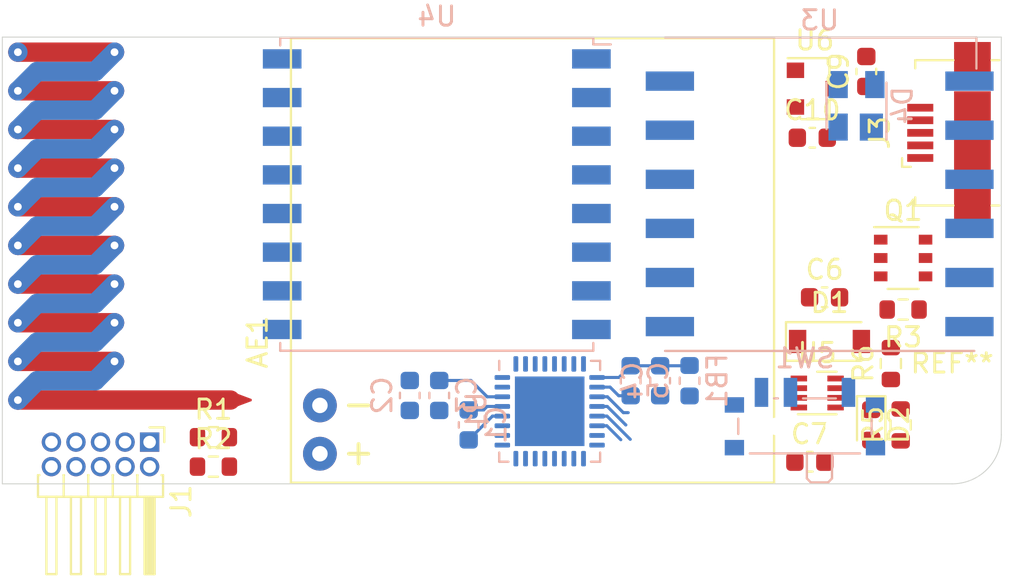
<source format=kicad_pcb>
(kicad_pcb (version 20171130) (host pcbnew "(5.1.9)-1")

  (general
    (thickness 1.6)
    (drawings 5)
    (tracks 26)
    (zones 0)
    (modules 30)
    (nets 29)
  )

  (page A4)
  (layers
    (0 F.Cu signal)
    (31 B.Cu signal)
    (32 B.Adhes user)
    (33 F.Adhes user)
    (34 B.Paste user)
    (35 F.Paste user)
    (36 B.SilkS user)
    (37 F.SilkS user)
    (38 B.Mask user)
    (39 F.Mask user)
    (40 Dwgs.User user)
    (41 Cmts.User user hide)
    (42 Eco1.User user hide)
    (43 Eco2.User user hide)
    (44 Edge.Cuts user)
    (45 Margin user hide)
    (46 B.CrtYd user hide)
    (47 F.CrtYd user)
    (48 B.Fab user hide)
    (49 F.Fab user hide)
  )

  (setup
    (last_trace_width 0.16)
    (user_trace_width 0.16)
    (user_trace_width 0.5)
    (user_trace_width 1)
    (trace_clearance 0.2)
    (zone_clearance 0.25)
    (zone_45_only no)
    (trace_min 0.16)
    (via_size 0.8)
    (via_drill 0.4)
    (via_min_size 0.4)
    (via_min_drill 0.3)
    (user_via 0.56 0.3)
    (uvia_size 0.3)
    (uvia_drill 0.1)
    (uvias_allowed no)
    (uvia_min_size 0.2)
    (uvia_min_drill 0.1)
    (edge_width 0.05)
    (segment_width 0.2)
    (pcb_text_width 0.3)
    (pcb_text_size 1.5 1.5)
    (mod_edge_width 0.12)
    (mod_text_size 1 1)
    (mod_text_width 0.15)
    (pad_size 1.06 0.65)
    (pad_drill 0)
    (pad_to_mask_clearance 0)
    (aux_axis_origin 0 0)
    (visible_elements 7EFFF77F)
    (pcbplotparams
      (layerselection 0x010e8_ffffffff)
      (usegerberextensions false)
      (usegerberattributes true)
      (usegerberadvancedattributes true)
      (creategerberjobfile false)
      (excludeedgelayer true)
      (linewidth 0.100000)
      (plotframeref false)
      (viasonmask false)
      (mode 1)
      (useauxorigin false)
      (hpglpennumber 1)
      (hpglpenspeed 20)
      (hpglpendiameter 15.000000)
      (psnegative false)
      (psa4output false)
      (plotreference true)
      (plotvalue true)
      (plotinvisibletext false)
      (padsonsilk false)
      (subtractmaskfromsilk false)
      (outputformat 1)
      (mirror false)
      (drillshape 0)
      (scaleselection 1)
      (outputdirectory "cam"))
  )

  (net 0 "")
  (net 1 /GND)
  (net 2 /VBAT)
  (net 3 "Net-(C1-Pad2)")
  (net 4 "Net-(C4-Pad1)")
  (net 5 /VUSB)
  (net 6 /nRESET)
  (net 7 /SWCLK)
  (net 8 /SWDIO)
  (net 9 /USBDM)
  (net 10 /USBDP)
  (net 11 /MISO)
  (net 12 /NSS)
  (net 13 /SCK)
  (net 14 /MOSI)
  (net 15 /RFM_RESET)
  (net 16 /RFM_INT)
  (net 17 /VDD)
  (net 18 "Net-(C9-Pad1)")
  (net 19 "Net-(D2-Pad2)")
  (net 20 "Net-(D2-Pad1)")
  (net 21 "Net-(R6-Pad1)")
  (net 22 "Net-(AE1-Pad1)")
  (net 23 "Net-(Q1-Pad1)")
  (net 24 /GPS_EN)
  (net 25 /GPS_1PPS)
  (net 26 /GPS_nRESET)
  (net 27 /GPS_RX)
  (net 28 /GPS_TX)

  (net_class Default "This is the default net class."
    (clearance 0.2)
    (trace_width 0.25)
    (via_dia 0.8)
    (via_drill 0.4)
    (uvia_dia 0.3)
    (uvia_drill 0.1)
    (add_net /GND)
    (add_net /GPS_1PPS)
    (add_net /GPS_EN)
    (add_net /GPS_RX)
    (add_net /GPS_TX)
    (add_net /GPS_nRESET)
    (add_net /MISO)
    (add_net /MOSI)
    (add_net /NSS)
    (add_net /RFM_INT)
    (add_net /RFM_RESET)
    (add_net /SCK)
    (add_net /SWCLK)
    (add_net /SWDIO)
    (add_net /USBDM)
    (add_net /USBDP)
    (add_net /VBAT)
    (add_net /VDD)
    (add_net /VUSB)
    (add_net /nRESET)
    (add_net "Net-(AE1-Pad1)")
    (add_net "Net-(C1-Pad2)")
    (add_net "Net-(C4-Pad1)")
    (add_net "Net-(C9-Pad1)")
    (add_net "Net-(D2-Pad1)")
    (add_net "Net-(D2-Pad2)")
    (add_net "Net-(Q1-Pad1)")
    (add_net "Net-(R6-Pad1)")
  )

  (module MountingHole:MountingHole_2.7mm_M2.5 (layer F.Cu) (tedit 56D1B4CB) (tstamp 60E744BC)
    (at 49.149 20.574)
    (descr "Mounting Hole 2.7mm, no annular, M2.5")
    (tags "mounting hole 2.7mm no annular m2.5")
    (attr virtual)
    (fp_text reference REF** (at 0 -3.7) (layer F.SilkS)
      (effects (font (size 1 1) (thickness 0.15)))
    )
    (fp_text value MountingHole_2.7mm_M2.5 (at 0 3.7) (layer F.Fab)
      (effects (font (size 1 1) (thickness 0.15)))
    )
    (fp_text user %R (at 0.3 0) (layer F.Fab)
      (effects (font (size 1 1) (thickness 0.15)))
    )
    (fp_circle (center 0 0) (end 2.7 0) (layer Cmts.User) (width 0.15))
    (fp_circle (center 0 0) (end 2.95 0) (layer F.CrtYd) (width 0.05))
    (pad 1 np_thru_hole circle (at 0 0) (size 2.7 2.7) (drill 2.7) (layers *.Cu *.Mask))
  )

  (module colinholzman:USB_Micro-B_Amphenol_10118192_Horizontal (layer F.Cu) (tedit 60E647E7) (tstamp 60E63387)
    (at 48.895 4.953 90)
    (descr "USB Micro-B receptacle, horizontal, SMD, 10118194, https://cdn.amphenol-icc.com/media/wysiwyg/files/drawing/10118194.pdf")
    (tags "USB Micro B horizontal SMD")
    (path /60E667A5)
    (attr smd)
    (fp_text reference J3 (at 0 -3.5 90) (layer F.SilkS)
      (effects (font (size 1 1) (thickness 0.15)))
    )
    (fp_text value USB_B_Micro (at 0 4.75 90) (layer F.Fab)
      (effects (font (size 1 1) (thickness 0.15)))
    )
    (fp_line (start -3.65 -0.55) (end -2.65 -1.55) (layer F.Fab) (width 0.1))
    (fp_line (start -1.76 -1.89) (end -1.76 -2.34) (layer F.SilkS) (width 0.12))
    (fp_line (start -1.31 -2.34) (end -1.76 -2.34) (layer F.SilkS) (width 0.12))
    (fp_line (start 4.45 -2.58) (end 4.45 3.95) (layer F.CrtYd) (width 0.05))
    (fp_line (start -4.45 -2.58) (end -4.45 3.95) (layer F.CrtYd) (width 0.05))
    (fp_line (start -4.45 -2.58) (end 4.45 -2.58) (layer F.CrtYd) (width 0.05))
    (fp_line (start -4.45 3.95) (end 4.45 3.95) (layer F.CrtYd) (width 0.05))
    (fp_line (start 3 2.75) (end -3 2.75) (layer Dwgs.User) (width 0.1))
    (fp_line (start -3.76 -1.66) (end -3.34 -1.66) (layer F.SilkS) (width 0.12))
    (fp_line (start -3.76 0.32) (end -3.76 -1.66) (layer F.SilkS) (width 0.12))
    (fp_line (start -3.76 2.69) (end -3.76 2.29) (layer F.SilkS) (width 0.12))
    (fp_line (start 3.76 2.29) (end 3.76 2.69) (layer F.SilkS) (width 0.12))
    (fp_line (start 3.76 -1.66) (end 3.34 -1.66) (layer F.SilkS) (width 0.12))
    (fp_line (start 3.76 0.32) (end 3.76 -1.66) (layer F.SilkS) (width 0.12))
    (fp_line (start -3.65 3.45) (end -3.65 -0.55) (layer F.Fab) (width 0.1))
    (fp_line (start 3.65 3.45) (end -3.65 3.45) (layer F.Fab) (width 0.1))
    (fp_line (start 3.65 -1.55) (end 3.65 3.45) (layer F.Fab) (width 0.1))
    (fp_line (start -2.65 -1.55) (end 3.65 -1.55) (layer F.Fab) (width 0.1))
    (fp_text user "PCB Edge" (at 0 2.75 90) (layer Dwgs.User)
      (effects (font (size 0.5 0.5) (thickness 0.08)))
    )
    (fp_text user %R (at 0 -0.05 90) (layer F.Fab)
      (effects (font (size 1 1) (thickness 0.15)))
    )
    (pad "" smd rect (at 3.1 -1.275 90) (size 2.1 1.6) (layers F.Paste))
    (pad "" smd rect (at -3.1 -1.275 90) (size 2.1 1.6) (layers F.Paste))
    (pad 6 smd rect (at 3.8 1.3 90) (size 1.8 1.9) (layers F.Cu F.Paste F.Mask)
      (net 1 /GND))
    (pad 6 smd rect (at -3.8 1.3 90) (size 1.8 1.9) (layers F.Cu F.Paste F.Mask)
      (net 1 /GND))
    (pad 6 smd rect (at 1.2 1.3 90) (size 1.9 1.9) (layers F.Cu F.Paste F.Mask)
      (net 1 /GND))
    (pad 6 smd rect (at -1.2 1.3 90) (size 1.9 1.9) (layers F.Cu F.Paste F.Mask)
      (net 1 /GND))
    (pad 5 smd rect (at 1.3 -1.4 90) (size 0.4 1.35) (layers F.Cu F.Paste F.Mask)
      (net 1 /GND))
    (pad 4 smd rect (at 0.65 -1.4 90) (size 0.4 1.35) (layers F.Cu F.Paste F.Mask))
    (pad 3 smd rect (at 0 -1.4 90) (size 0.4 1.35) (layers F.Cu F.Paste F.Mask)
      (net 10 /USBDP))
    (pad 2 smd rect (at -0.65 -1.4 90) (size 0.4 1.35) (layers F.Cu F.Paste F.Mask)
      (net 9 /USBDM))
    (pad 1 smd rect (at -1.3 -1.4 90) (size 0.4 1.35) (layers F.Cu F.Paste F.Mask)
      (net 5 /VUSB))
    (model ${KISYS3DMOD}/Connector_USB.3dshapes/USB_Micro-B_Amphenol_10118194_Horizontal.wrl
      (at (xyz 0 0 0))
      (scale (xyz 1 1 1))
      (rotate (xyz 0 0 0))
    )
  )

  (module Resistor_SMD:R_0603_1608Metric (layer F.Cu) (tedit 5F68FEEE) (tstamp 60E6B7E0)
    (at 46.609 14.097 180)
    (descr "Resistor SMD 0603 (1608 Metric), square (rectangular) end terminal, IPC_7351 nominal, (Body size source: IPC-SM-782 page 72, https://www.pcb-3d.com/wordpress/wp-content/uploads/ipc-sm-782a_amendment_1_and_2.pdf), generated with kicad-footprint-generator")
    (tags resistor)
    (path /60EADECE)
    (attr smd)
    (fp_text reference R3 (at 0 -1.43) (layer F.SilkS)
      (effects (font (size 1 1) (thickness 0.15)))
    )
    (fp_text value 100k (at 0 1.43) (layer F.Fab)
      (effects (font (size 1 1) (thickness 0.15)))
    )
    (fp_line (start -0.8 0.4125) (end -0.8 -0.4125) (layer F.Fab) (width 0.1))
    (fp_line (start -0.8 -0.4125) (end 0.8 -0.4125) (layer F.Fab) (width 0.1))
    (fp_line (start 0.8 -0.4125) (end 0.8 0.4125) (layer F.Fab) (width 0.1))
    (fp_line (start 0.8 0.4125) (end -0.8 0.4125) (layer F.Fab) (width 0.1))
    (fp_line (start -0.237258 -0.5225) (end 0.237258 -0.5225) (layer F.SilkS) (width 0.12))
    (fp_line (start -0.237258 0.5225) (end 0.237258 0.5225) (layer F.SilkS) (width 0.12))
    (fp_line (start -1.48 0.73) (end -1.48 -0.73) (layer F.CrtYd) (width 0.05))
    (fp_line (start -1.48 -0.73) (end 1.48 -0.73) (layer F.CrtYd) (width 0.05))
    (fp_line (start 1.48 -0.73) (end 1.48 0.73) (layer F.CrtYd) (width 0.05))
    (fp_line (start 1.48 0.73) (end -1.48 0.73) (layer F.CrtYd) (width 0.05))
    (fp_text user %R (at 0 0) (layer F.Fab)
      (effects (font (size 0.4 0.4) (thickness 0.06)))
    )
    (pad 2 smd roundrect (at 0.825 0 180) (size 0.8 0.95) (layers F.Cu F.Paste F.Mask) (roundrect_rratio 0.25)
      (net 24 /GPS_EN))
    (pad 1 smd roundrect (at -0.825 0 180) (size 0.8 0.95) (layers F.Cu F.Paste F.Mask) (roundrect_rratio 0.25)
      (net 17 /VDD))
    (model ${KISYS3DMOD}/Resistor_SMD.3dshapes/R_0603_1608Metric.wrl
      (at (xyz 0 0 0))
      (scale (xyz 1 1 1))
      (rotate (xyz 0 0 0))
    )
  )

  (module Package_SO:TSOP-6_1.65x3.05mm_P0.95mm (layer F.Cu) (tedit 5A02F25C) (tstamp 60E6B815)
    (at 46.609 11.43)
    (descr "TSOP-6 package (comparable to TSOT-23), https://www.vishay.com/docs/71200/71200.pdf")
    (tags "Jedec MO-193C TSOP-6L")
    (path /60E6BE86)
    (attr smd)
    (fp_text reference Q1 (at 0 -2.45) (layer F.SilkS)
      (effects (font (size 1 1) (thickness 0.15)))
    )
    (fp_text value SI3443DDV-T1-GE3 (at 0 2.5) (layer F.Fab)
      (effects (font (size 1 1) (thickness 0.15)))
    )
    (fp_line (start -0.8 1.6) (end 0.8 1.6) (layer F.SilkS) (width 0.12))
    (fp_line (start 0.8 -1.6) (end -1.5 -1.6) (layer F.SilkS) (width 0.12))
    (fp_line (start -0.825 -1.1) (end -0.425 -1.525) (layer F.Fab) (width 0.1))
    (fp_line (start 0.825 -1.525) (end -0.425 -1.525) (layer F.Fab) (width 0.1))
    (fp_line (start -0.825 -1.1) (end -0.825 1.525) (layer F.Fab) (width 0.1))
    (fp_line (start 0.825 1.525) (end -0.825 1.525) (layer F.Fab) (width 0.1))
    (fp_line (start 0.825 -1.525) (end 0.825 1.525) (layer F.Fab) (width 0.1))
    (fp_line (start -1.76 -1.78) (end 1.76 -1.78) (layer F.CrtYd) (width 0.05))
    (fp_line (start -1.76 -1.78) (end -1.76 1.77) (layer F.CrtYd) (width 0.05))
    (fp_line (start 1.76 1.77) (end 1.76 -1.78) (layer F.CrtYd) (width 0.05))
    (fp_line (start 1.76 1.77) (end -1.76 1.77) (layer F.CrtYd) (width 0.05))
    (fp_text user %R (at 0 0 90) (layer F.Fab)
      (effects (font (size 0.5 0.5) (thickness 0.075)))
    )
    (pad 6 smd rect (at 1.16 -0.95) (size 0.7 0.51) (layers F.Cu F.Paste F.Mask)
      (net 23 "Net-(Q1-Pad1)"))
    (pad 5 smd rect (at 1.16 0) (size 0.7 0.51) (layers F.Cu F.Paste F.Mask)
      (net 23 "Net-(Q1-Pad1)"))
    (pad 4 smd rect (at 1.16 0.95) (size 0.7 0.51) (layers F.Cu F.Paste F.Mask)
      (net 17 /VDD))
    (pad 3 smd rect (at -1.16 0.95) (size 0.7 0.51) (layers F.Cu F.Paste F.Mask)
      (net 24 /GPS_EN))
    (pad 2 smd rect (at -1.16 0) (size 0.7 0.51) (layers F.Cu F.Paste F.Mask)
      (net 23 "Net-(Q1-Pad1)"))
    (pad 1 smd rect (at -1.16 -0.95) (size 0.7 0.51) (layers F.Cu F.Paste F.Mask)
      (net 23 "Net-(Q1-Pad1)"))
    (model ${KISYS3DMOD}/Package_SO.3dshapes/TSOP-6_1.65x3.05mm_P0.95mm.wrl
      (at (xyz 0 0 0))
      (scale (xyz 1 1 1))
      (rotate (xyz 0 0 0))
    )
  )

  (module RF_Antenna:Texas_SWRA416_868MHz_915MHz (layer F.Cu) (tedit 5CF40AFD) (tstamp 60E6B986)
    (at 6.604 9.779 90)
    (descr http://www.ti.com/lit/an/swra416/swra416.pdf)
    (tags "PCB antenna")
    (path /60F07981)
    (attr smd)
    (fp_text reference AE1 (at -6 6.6 90) (layer F.SilkS)
      (effects (font (size 1 1) (thickness 0.15)))
    )
    (fp_text value Antenna (at 0.1 -7.6 90) (layer F.Fab)
      (effects (font (size 1 1) (thickness 0.15)))
    )
    (fp_line (start 9.7 2.1) (end 6.2 5.7) (layer Dwgs.User) (width 0.12))
    (fp_line (start 9.7 0.1) (end 4.3 5.7) (layer Dwgs.User) (width 0.12))
    (fp_line (start 9.7 -1.9) (end 2.3 5.7) (layer Dwgs.User) (width 0.12))
    (fp_line (start 9.7 -3.9) (end 0.2 5.7) (layer Dwgs.User) (width 0.12))
    (fp_line (start 9.7 -5.9) (end -1.8 5.7) (layer Dwgs.User) (width 0.12))
    (fp_line (start 8.3 -6.5) (end -3.8 5.7) (layer Dwgs.User) (width 0.12))
    (fp_line (start 6.3 -6.5) (end -5.8 5.7) (layer Dwgs.User) (width 0.12))
    (fp_line (start 4.3 -6.5) (end -7.8 5.7) (layer Dwgs.User) (width 0.12))
    (fp_line (start -9.7 5.5) (end 2.3 -6.5) (layer Dwgs.User) (width 0.12))
    (fp_line (start -9.7 3.5) (end 0.3 -6.5) (layer Dwgs.User) (width 0.12))
    (fp_line (start -9.7 1.5) (end -1.7 -6.5) (layer Dwgs.User) (width 0.12))
    (fp_line (start -9.7 -0.5) (end -3.7 -6.5) (layer Dwgs.User) (width 0.12))
    (fp_line (start -9.7 -2.5) (end -5.7 -6.5) (layer Dwgs.User) (width 0.12))
    (fp_line (start -9.7 -4.5) (end -7.7 -6.5) (layer Dwgs.User) (width 0.12))
    (fp_line (start 9.7 -6.5) (end -9.7 -6.5) (layer Dwgs.User) (width 0.15))
    (fp_line (start 9.7 5.7) (end 9.7 -6.5) (layer Dwgs.User) (width 0.15))
    (fp_line (start -9.7 5.7) (end 9.7 5.7) (layer Dwgs.User) (width 0.15))
    (fp_line (start -9.7 -6.5) (end -9.7 5.7) (layer Dwgs.User) (width 0.15))
    (fp_line (start 7 -5.8) (end 8 -4.8) (layer B.Cu) (width 1))
    (fp_line (start 8 -1.8) (end 9 -0.8) (layer B.Cu) (width 1))
    (fp_line (start 8 -4.8) (end 8 -1.8) (layer B.Cu) (width 1))
    (fp_line (start 9 -5.8) (end 9 -0.8) (layer F.Cu) (width 1))
    (fp_line (start 5 -5.8) (end 6 -4.8) (layer B.Cu) (width 1))
    (fp_line (start 6 -1.8) (end 7 -0.8) (layer B.Cu) (width 1))
    (fp_line (start 6 -4.8) (end 6 -1.8) (layer B.Cu) (width 1))
    (fp_line (start 7 -5.8) (end 7 -0.8) (layer F.Cu) (width 1))
    (fp_line (start 3 -5.8) (end 4 -4.8) (layer B.Cu) (width 1))
    (fp_line (start 4 -1.8) (end 5 -0.8) (layer B.Cu) (width 1))
    (fp_line (start 4 -4.8) (end 4 -1.8) (layer B.Cu) (width 1))
    (fp_line (start 5 -5.8) (end 5 -0.8) (layer F.Cu) (width 1))
    (fp_line (start 1 -5.8) (end 2 -4.8) (layer B.Cu) (width 1))
    (fp_line (start 2 -1.8) (end 3 -0.8) (layer B.Cu) (width 1))
    (fp_line (start 2 -4.8) (end 2 -1.8) (layer B.Cu) (width 1))
    (fp_line (start 3 -5.8) (end 3 -0.8) (layer F.Cu) (width 1))
    (fp_line (start -1 -5.8) (end 0 -4.8) (layer B.Cu) (width 1))
    (fp_line (start 0 -1.8) (end 1 -0.8) (layer B.Cu) (width 1))
    (fp_line (start 0 -4.8) (end 0 -1.8) (layer B.Cu) (width 1))
    (fp_line (start 1 -5.8) (end 1 -0.8) (layer F.Cu) (width 1))
    (fp_line (start -3 -5.8) (end -2 -4.8) (layer B.Cu) (width 1))
    (fp_line (start -2 -1.8) (end -1 -0.8) (layer B.Cu) (width 1))
    (fp_line (start -2 -4.8) (end -2 -1.8) (layer B.Cu) (width 1))
    (fp_line (start -1 -5.8) (end -1 -0.8) (layer F.Cu) (width 1))
    (fp_line (start -4 -4.8) (end -4 -1.8) (layer B.Cu) (width 1))
    (fp_line (start -5 -5.8) (end -4 -4.8) (layer B.Cu) (width 1))
    (fp_line (start -4 -1.8) (end -3 -0.8) (layer B.Cu) (width 1))
    (fp_line (start -3 -5.8) (end -3 -0.8) (layer F.Cu) (width 1))
    (fp_line (start -6 -4.8) (end -6 -1.8) (layer B.Cu) (width 1))
    (fp_line (start -7 -5.8) (end -6 -4.8) (layer B.Cu) (width 1))
    (fp_line (start -6 -1.8) (end -5 -0.8) (layer B.Cu) (width 1))
    (fp_line (start -5 -5.8) (end -5 -0.8) (layer F.Cu) (width 1))
    (fp_line (start -7 -5.8) (end -7 -0.8) (layer F.Cu) (width 1))
    (fp_line (start -9 5.2) (end -9 -5.8) (layer F.Cu) (width 1))
    (fp_line (start -9 -5.8) (end -8 -4.8) (layer B.Cu) (width 1))
    (fp_line (start -8 -4.8) (end -8 -1.8) (layer B.Cu) (width 1))
    (fp_line (start -8 -1.8) (end -7 -0.8) (layer B.Cu) (width 1))
    (fp_line (start 9.7 4.1) (end 8.2 5.7) (layer Dwgs.User) (width 0.12))
    (fp_line (start -9.9 -6.7) (end -9.9 5.9) (layer F.CrtYd) (width 0.05))
    (fp_line (start -9.9 5.9) (end 9.9 5.9) (layer F.CrtYd) (width 0.05))
    (fp_line (start 9.9 5.9) (end 9.9 -6.7) (layer F.CrtYd) (width 0.05))
    (fp_line (start 9.9 -6.7) (end -9.9 -6.7) (layer F.CrtYd) (width 0.05))
    (fp_line (start 9.9 -6.7) (end -9.9 -6.7) (layer B.CrtYd) (width 0.05))
    (fp_line (start 9.9 5.9) (end 9.9 -6.7) (layer B.CrtYd) (width 0.05))
    (fp_line (start -9.9 -6.7) (end -9.9 5.9) (layer B.CrtYd) (width 0.05))
    (fp_line (start -9.9 5.9) (end 9.9 5.9) (layer B.CrtYd) (width 0.05))
    (fp_text user %R (at -0.4 6.6 90) (layer F.Fab)
      (effects (font (size 1 1) (thickness 0.15)))
    )
    (fp_text user " any PCB layer." (at 1 4.2 90) (layer Cmts.User)
      (effects (font (size 1 1) (thickness 0.15)))
    )
    (fp_text user "any components on" (at 1 2.2 90) (layer Cmts.User)
      (effects (font (size 1 1) (thickness 0.15)))
    )
    (fp_text user "No metal, traces or " (at 1 0.2 90) (layer Cmts.User)
      (effects (font (size 1 1) (thickness 0.15)))
    )
    (fp_text user "KEEP-OUT ZONE" (at 1 -2.8 90) (layer Cmts.User)
      (effects (font (size 1 1) (thickness 0.15)))
    )
    (pad 1 smd trapezoid (at -9 5.9 270) (size 0.4 0.8) (rect_delta 0 0.3 ) (layers F.Cu)
      (net 22 "Net-(AE1-Pad1)"))
    (pad "" thru_hole circle (at -9 -5.8 270) (size 1 1) (drill 0.4) (layers *.Cu))
    (pad "" thru_hole circle (at -7 -0.8 270) (size 1 1) (drill 0.4) (layers *.Cu))
    (pad "" thru_hole circle (at -7 -5.8 270) (size 1 1) (drill 0.4) (layers *.Cu))
    (pad "" thru_hole circle (at -5 -5.8 270) (size 1 1) (drill 0.4) (layers *.Cu))
    (pad "" thru_hole circle (at -5 -0.8 270) (size 1 1) (drill 0.4) (layers *.Cu))
    (pad "" thru_hole circle (at -3 -0.8 270) (size 1 1) (drill 0.4) (layers *.Cu))
    (pad "" thru_hole circle (at -3 -5.8 270) (size 1 1) (drill 0.4) (layers *.Cu))
    (pad "" thru_hole circle (at -1 -5.8 270) (size 1 1) (drill 0.4) (layers *.Cu))
    (pad "" thru_hole circle (at -1 -0.8 270) (size 1 1) (drill 0.4) (layers *.Cu))
    (pad "" thru_hole circle (at 1 -0.8 270) (size 1 1) (drill 0.4) (layers *.Cu))
    (pad "" thru_hole circle (at 1 -5.8 270) (size 1 1) (drill 0.4) (layers *.Cu))
    (pad "" thru_hole circle (at 3 -5.8 270) (size 1 1) (drill 0.4) (layers *.Cu))
    (pad "" thru_hole circle (at 3 -0.8 270) (size 1 1) (drill 0.4) (layers *.Cu))
    (pad "" thru_hole circle (at 5 -5.8 270) (size 1 1) (drill 0.4) (layers *.Cu))
    (pad "" thru_hole circle (at 5 -0.8 270) (size 1 1) (drill 0.4) (layers *.Cu))
    (pad "" thru_hole circle (at 7 -0.8 270) (size 1 1) (drill 0.4) (layers *.Cu))
    (pad "" thru_hole circle (at 7 -5.8 270) (size 1 1) (drill 0.4) (layers *.Cu))
    (pad "" thru_hole circle (at 9 -5.8 270) (size 1 1) (drill 0.4) (layers *.Cu))
    (pad "" thru_hole circle (at 9 -0.8 270) (size 1 1) (drill 0.4) (layers *.Cu))
  )

  (module Package_DFN_QFN:QFN-32-1EP_5x5mm_P0.5mm_EP3.6x3.6mm (layer B.Cu) (tedit 5DC5F6A4) (tstamp 60E6A912)
    (at 28.321 19.361 270)
    (descr "QFN, 32 Pin (http://infocenter.nordicsemi.com/pdf/nRF52810_PS_v1.1.pdf#page=468), generated with kicad-footprint-generator ipc_noLead_generator.py")
    (tags "QFN NoLead")
    (path /60E817D0)
    (attr smd)
    (fp_text reference U1 (at 0 3.8 270) (layer B.SilkS)
      (effects (font (size 1 1) (thickness 0.15)) (justify mirror))
    )
    (fp_text value ATSAMD21E18A-M (at 0 -3.8 270) (layer B.Fab)
      (effects (font (size 1 1) (thickness 0.15)) (justify mirror))
    )
    (fp_line (start 3.1 3.1) (end -3.1 3.1) (layer B.CrtYd) (width 0.05))
    (fp_line (start 3.1 -3.1) (end 3.1 3.1) (layer B.CrtYd) (width 0.05))
    (fp_line (start -3.1 -3.1) (end 3.1 -3.1) (layer B.CrtYd) (width 0.05))
    (fp_line (start -3.1 3.1) (end -3.1 -3.1) (layer B.CrtYd) (width 0.05))
    (fp_line (start -2.5 1.5) (end -1.5 2.5) (layer B.Fab) (width 0.1))
    (fp_line (start -2.5 -2.5) (end -2.5 1.5) (layer B.Fab) (width 0.1))
    (fp_line (start 2.5 -2.5) (end -2.5 -2.5) (layer B.Fab) (width 0.1))
    (fp_line (start 2.5 2.5) (end 2.5 -2.5) (layer B.Fab) (width 0.1))
    (fp_line (start -1.5 2.5) (end 2.5 2.5) (layer B.Fab) (width 0.1))
    (fp_line (start -2.135 2.61) (end -2.61 2.61) (layer B.SilkS) (width 0.12))
    (fp_line (start 2.61 -2.61) (end 2.61 -2.135) (layer B.SilkS) (width 0.12))
    (fp_line (start 2.135 -2.61) (end 2.61 -2.61) (layer B.SilkS) (width 0.12))
    (fp_line (start -2.61 -2.61) (end -2.61 -2.135) (layer B.SilkS) (width 0.12))
    (fp_line (start -2.135 -2.61) (end -2.61 -2.61) (layer B.SilkS) (width 0.12))
    (fp_line (start 2.61 2.61) (end 2.61 2.135) (layer B.SilkS) (width 0.12))
    (fp_line (start 2.135 2.61) (end 2.61 2.61) (layer B.SilkS) (width 0.12))
    (fp_text user %R (at 0 0 270) (layer B.Fab)
      (effects (font (size 1 1) (thickness 0.15)) (justify mirror))
    )
    (pad "" smd roundrect (at 1.2 -1.2 270) (size 0.97 0.97) (layers B.Paste) (roundrect_rratio 0.25))
    (pad "" smd roundrect (at 1.2 0 270) (size 0.97 0.97) (layers B.Paste) (roundrect_rratio 0.25))
    (pad "" smd roundrect (at 1.2 1.2 270) (size 0.97 0.97) (layers B.Paste) (roundrect_rratio 0.25))
    (pad "" smd roundrect (at 0 -1.2 270) (size 0.97 0.97) (layers B.Paste) (roundrect_rratio 0.25))
    (pad "" smd roundrect (at 0 0 270) (size 0.97 0.97) (layers B.Paste) (roundrect_rratio 0.25))
    (pad "" smd roundrect (at 0 1.2 270) (size 0.97 0.97) (layers B.Paste) (roundrect_rratio 0.25))
    (pad "" smd roundrect (at -1.2 -1.2 270) (size 0.97 0.97) (layers B.Paste) (roundrect_rratio 0.25))
    (pad "" smd roundrect (at -1.2 0 270) (size 0.97 0.97) (layers B.Paste) (roundrect_rratio 0.25))
    (pad "" smd roundrect (at -1.2 1.2 270) (size 0.97 0.97) (layers B.Paste) (roundrect_rratio 0.25))
    (pad 33 smd rect (at 0 0 270) (size 3.6 3.6) (layers B.Cu B.Mask))
    (pad 32 smd roundrect (at -1.75 2.45 270) (size 0.25 0.8) (layers B.Cu B.Paste B.Mask) (roundrect_rratio 0.25)
      (net 8 /SWDIO))
    (pad 31 smd roundrect (at -1.25 2.45 270) (size 0.25 0.8) (layers B.Cu B.Paste B.Mask) (roundrect_rratio 0.25)
      (net 7 /SWCLK))
    (pad 30 smd roundrect (at -0.75 2.45 270) (size 0.25 0.8) (layers B.Cu B.Paste B.Mask) (roundrect_rratio 0.25)
      (net 17 /VDD))
    (pad 29 smd roundrect (at -0.25 2.45 270) (size 0.25 0.8) (layers B.Cu B.Paste B.Mask) (roundrect_rratio 0.25)
      (net 3 "Net-(C1-Pad2)"))
    (pad 28 smd roundrect (at 0.25 2.45 270) (size 0.25 0.8) (layers B.Cu B.Paste B.Mask) (roundrect_rratio 0.25)
      (net 1 /GND))
    (pad 27 smd roundrect (at 0.75 2.45 270) (size 0.25 0.8) (layers B.Cu B.Paste B.Mask) (roundrect_rratio 0.25))
    (pad 26 smd roundrect (at 1.25 2.45 270) (size 0.25 0.8) (layers B.Cu B.Paste B.Mask) (roundrect_rratio 0.25)
      (net 6 /nRESET))
    (pad 25 smd roundrect (at 1.75 2.45 270) (size 0.25 0.8) (layers B.Cu B.Paste B.Mask) (roundrect_rratio 0.25))
    (pad 24 smd roundrect (at 2.45 1.75 270) (size 0.8 0.25) (layers B.Cu B.Paste B.Mask) (roundrect_rratio 0.25)
      (net 10 /USBDP))
    (pad 23 smd roundrect (at 2.45 1.25 270) (size 0.8 0.25) (layers B.Cu B.Paste B.Mask) (roundrect_rratio 0.25)
      (net 9 /USBDM))
    (pad 22 smd roundrect (at 2.45 0.75 270) (size 0.8 0.25) (layers B.Cu B.Paste B.Mask) (roundrect_rratio 0.25))
    (pad 21 smd roundrect (at 2.45 0.25 270) (size 0.8 0.25) (layers B.Cu B.Paste B.Mask) (roundrect_rratio 0.25)
      (net 25 /GPS_1PPS))
    (pad 20 smd roundrect (at 2.45 -0.25 270) (size 0.8 0.25) (layers B.Cu B.Paste B.Mask) (roundrect_rratio 0.25)
      (net 26 /GPS_nRESET))
    (pad 19 smd roundrect (at 2.45 -0.75 270) (size 0.8 0.25) (layers B.Cu B.Paste B.Mask) (roundrect_rratio 0.25)
      (net 27 /GPS_RX))
    (pad 18 smd roundrect (at 2.45 -1.25 270) (size 0.8 0.25) (layers B.Cu B.Paste B.Mask) (roundrect_rratio 0.25)
      (net 24 /GPS_EN))
    (pad 17 smd roundrect (at 2.45 -1.75 270) (size 0.8 0.25) (layers B.Cu B.Paste B.Mask) (roundrect_rratio 0.25)
      (net 28 /GPS_TX))
    (pad 16 smd roundrect (at 1.75 -2.45 270) (size 0.25 0.8) (layers B.Cu B.Paste B.Mask) (roundrect_rratio 0.25)
      (net 15 /RFM_RESET))
    (pad 15 smd roundrect (at 1.25 -2.45 270) (size 0.25 0.8) (layers B.Cu B.Paste B.Mask) (roundrect_rratio 0.25)
      (net 16 /RFM_INT))
    (pad 14 smd roundrect (at 0.75 -2.45 270) (size 0.25 0.8) (layers B.Cu B.Paste B.Mask) (roundrect_rratio 0.25)
      (net 11 /MISO))
    (pad 13 smd roundrect (at 0.25 -2.45 270) (size 0.25 0.8) (layers B.Cu B.Paste B.Mask) (roundrect_rratio 0.25)
      (net 12 /NSS))
    (pad 12 smd roundrect (at -0.25 -2.45 270) (size 0.25 0.8) (layers B.Cu B.Paste B.Mask) (roundrect_rratio 0.25)
      (net 13 /SCK))
    (pad 11 smd roundrect (at -0.75 -2.45 270) (size 0.25 0.8) (layers B.Cu B.Paste B.Mask) (roundrect_rratio 0.25)
      (net 14 /MOSI))
    (pad 10 smd roundrect (at -1.25 -2.45 270) (size 0.25 0.8) (layers B.Cu B.Paste B.Mask) (roundrect_rratio 0.25)
      (net 1 /GND))
    (pad 9 smd roundrect (at -1.75 -2.45 270) (size 0.25 0.8) (layers B.Cu B.Paste B.Mask) (roundrect_rratio 0.25)
      (net 4 "Net-(C4-Pad1)"))
    (pad 8 smd roundrect (at -2.45 -1.75 270) (size 0.8 0.25) (layers B.Cu B.Paste B.Mask) (roundrect_rratio 0.25))
    (pad 7 smd roundrect (at -2.45 -1.25 270) (size 0.8 0.25) (layers B.Cu B.Paste B.Mask) (roundrect_rratio 0.25))
    (pad 6 smd roundrect (at -2.45 -0.75 270) (size 0.8 0.25) (layers B.Cu B.Paste B.Mask) (roundrect_rratio 0.25))
    (pad 5 smd roundrect (at -2.45 -0.25 270) (size 0.8 0.25) (layers B.Cu B.Paste B.Mask) (roundrect_rratio 0.25))
    (pad 4 smd roundrect (at -2.45 0.25 270) (size 0.8 0.25) (layers B.Cu B.Paste B.Mask) (roundrect_rratio 0.25))
    (pad 3 smd roundrect (at -2.45 0.75 270) (size 0.8 0.25) (layers B.Cu B.Paste B.Mask) (roundrect_rratio 0.25))
    (pad 2 smd roundrect (at -2.45 1.25 270) (size 0.8 0.25) (layers B.Cu B.Paste B.Mask) (roundrect_rratio 0.25))
    (pad 1 smd roundrect (at -2.45 1.75 270) (size 0.8 0.25) (layers B.Cu B.Paste B.Mask) (roundrect_rratio 0.25))
    (model ${KISYS3DMOD}/Package_DFN_QFN.3dshapes/QFN-32-1EP_5x5mm_P0.5mm_EP3.6x3.6mm.wrl
      (at (xyz 0 0 0))
      (scale (xyz 1 1 1))
      (rotate (xyz 0 0 0))
    )
  )

  (module Resistor_SMD:R_0603_1608Metric (layer F.Cu) (tedit 5F68FEEE) (tstamp 60E54558)
    (at 45.974 16.891 90)
    (descr "Resistor SMD 0603 (1608 Metric), square (rectangular) end terminal, IPC_7351 nominal, (Body size source: IPC-SM-782 page 72, https://www.pcb-3d.com/wordpress/wp-content/uploads/ipc-sm-782a_amendment_1_and_2.pdf), generated with kicad-footprint-generator")
    (tags resistor)
    (path /60E535B5)
    (attr smd)
    (fp_text reference R6 (at 0 -1.43 90) (layer F.SilkS)
      (effects (font (size 1 1) (thickness 0.15)))
    )
    (fp_text value 14K (at 0 1.43 90) (layer F.Fab)
      (effects (font (size 1 1) (thickness 0.15)))
    )
    (fp_line (start 1.48 0.73) (end -1.48 0.73) (layer F.CrtYd) (width 0.05))
    (fp_line (start 1.48 -0.73) (end 1.48 0.73) (layer F.CrtYd) (width 0.05))
    (fp_line (start -1.48 -0.73) (end 1.48 -0.73) (layer F.CrtYd) (width 0.05))
    (fp_line (start -1.48 0.73) (end -1.48 -0.73) (layer F.CrtYd) (width 0.05))
    (fp_line (start -0.237258 0.5225) (end 0.237258 0.5225) (layer F.SilkS) (width 0.12))
    (fp_line (start -0.237258 -0.5225) (end 0.237258 -0.5225) (layer F.SilkS) (width 0.12))
    (fp_line (start 0.8 0.4125) (end -0.8 0.4125) (layer F.Fab) (width 0.1))
    (fp_line (start 0.8 -0.4125) (end 0.8 0.4125) (layer F.Fab) (width 0.1))
    (fp_line (start -0.8 -0.4125) (end 0.8 -0.4125) (layer F.Fab) (width 0.1))
    (fp_line (start -0.8 0.4125) (end -0.8 -0.4125) (layer F.Fab) (width 0.1))
    (fp_text user %R (at 0 0 90) (layer F.Fab)
      (effects (font (size 0.4 0.4) (thickness 0.06)))
    )
    (pad 2 smd roundrect (at 0.825 0 90) (size 0.8 0.95) (layers F.Cu F.Paste F.Mask) (roundrect_rratio 0.25)
      (net 1 /GND))
    (pad 1 smd roundrect (at -0.825 0 90) (size 0.8 0.95) (layers F.Cu F.Paste F.Mask) (roundrect_rratio 0.25)
      (net 21 "Net-(R6-Pad1)"))
    (model ${KISYS3DMOD}/Resistor_SMD.3dshapes/R_0603_1608Metric.wrl
      (at (xyz 0 0 0))
      (scale (xyz 1 1 1))
      (rotate (xyz 0 0 0))
    )
  )

  (module Resistor_SMD:R_0603_1608Metric (layer F.Cu) (tedit 5F68FEEE) (tstamp 60E742B5)
    (at 46.482 20.066 90)
    (descr "Resistor SMD 0603 (1608 Metric), square (rectangular) end terminal, IPC_7351 nominal, (Body size source: IPC-SM-782 page 72, https://www.pcb-3d.com/wordpress/wp-content/uploads/ipc-sm-782a_amendment_1_and_2.pdf), generated with kicad-footprint-generator")
    (tags resistor)
    (path /60EA1E99)
    (attr smd)
    (fp_text reference R5 (at 0 -1.43 90) (layer F.SilkS)
      (effects (font (size 1 1) (thickness 0.15)))
    )
    (fp_text value 750 (at 0 1.43 90) (layer F.Fab)
      (effects (font (size 1 1) (thickness 0.15)))
    )
    (fp_line (start 1.48 0.73) (end -1.48 0.73) (layer F.CrtYd) (width 0.05))
    (fp_line (start 1.48 -0.73) (end 1.48 0.73) (layer F.CrtYd) (width 0.05))
    (fp_line (start -1.48 -0.73) (end 1.48 -0.73) (layer F.CrtYd) (width 0.05))
    (fp_line (start -1.48 0.73) (end -1.48 -0.73) (layer F.CrtYd) (width 0.05))
    (fp_line (start -0.237258 0.5225) (end 0.237258 0.5225) (layer F.SilkS) (width 0.12))
    (fp_line (start -0.237258 -0.5225) (end 0.237258 -0.5225) (layer F.SilkS) (width 0.12))
    (fp_line (start 0.8 0.4125) (end -0.8 0.4125) (layer F.Fab) (width 0.1))
    (fp_line (start 0.8 -0.4125) (end 0.8 0.4125) (layer F.Fab) (width 0.1))
    (fp_line (start -0.8 -0.4125) (end 0.8 -0.4125) (layer F.Fab) (width 0.1))
    (fp_line (start -0.8 0.4125) (end -0.8 -0.4125) (layer F.Fab) (width 0.1))
    (fp_text user %R (at 0 0 90) (layer F.Fab)
      (effects (font (size 0.4 0.4) (thickness 0.06)))
    )
    (pad 2 smd roundrect (at 0.825 0 90) (size 0.8 0.95) (layers F.Cu F.Paste F.Mask) (roundrect_rratio 0.25)
      (net 5 /VUSB))
    (pad 1 smd roundrect (at -0.825 0 90) (size 0.8 0.95) (layers F.Cu F.Paste F.Mask) (roundrect_rratio 0.25)
      (net 19 "Net-(D2-Pad2)"))
    (model ${KISYS3DMOD}/Resistor_SMD.3dshapes/R_0603_1608Metric.wrl
      (at (xyz 0 0 0))
      (scale (xyz 1 1 1))
      (rotate (xyz 0 0 0))
    )
  )

  (module Resistor_SMD:R_0603_1608Metric (layer F.Cu) (tedit 5F68FEEE) (tstamp 60E63A0A)
    (at 10.922 22.225)
    (descr "Resistor SMD 0603 (1608 Metric), square (rectangular) end terminal, IPC_7351 nominal, (Body size source: IPC-SM-782 page 72, https://www.pcb-3d.com/wordpress/wp-content/uploads/ipc-sm-782a_amendment_1_and_2.pdf), generated with kicad-footprint-generator")
    (tags resistor)
    (path /608C6EEC)
    (attr smd)
    (fp_text reference R2 (at 0 -1.43) (layer F.SilkS)
      (effects (font (size 1 1) (thickness 0.15)))
    )
    (fp_text value 100k (at 0 1.43) (layer F.Fab)
      (effects (font (size 1 1) (thickness 0.15)))
    )
    (fp_line (start 1.48 0.73) (end -1.48 0.73) (layer F.CrtYd) (width 0.05))
    (fp_line (start 1.48 -0.73) (end 1.48 0.73) (layer F.CrtYd) (width 0.05))
    (fp_line (start -1.48 -0.73) (end 1.48 -0.73) (layer F.CrtYd) (width 0.05))
    (fp_line (start -1.48 0.73) (end -1.48 -0.73) (layer F.CrtYd) (width 0.05))
    (fp_line (start -0.237258 0.5225) (end 0.237258 0.5225) (layer F.SilkS) (width 0.12))
    (fp_line (start -0.237258 -0.5225) (end 0.237258 -0.5225) (layer F.SilkS) (width 0.12))
    (fp_line (start 0.8 0.4125) (end -0.8 0.4125) (layer F.Fab) (width 0.1))
    (fp_line (start 0.8 -0.4125) (end 0.8 0.4125) (layer F.Fab) (width 0.1))
    (fp_line (start -0.8 -0.4125) (end 0.8 -0.4125) (layer F.Fab) (width 0.1))
    (fp_line (start -0.8 0.4125) (end -0.8 -0.4125) (layer F.Fab) (width 0.1))
    (fp_text user %R (at 0 0) (layer F.Fab)
      (effects (font (size 0.4 0.4) (thickness 0.06)))
    )
    (pad 2 smd roundrect (at 0.825 0) (size 0.8 0.95) (layers F.Cu F.Paste F.Mask) (roundrect_rratio 0.25)
      (net 7 /SWCLK))
    (pad 1 smd roundrect (at -0.825 0) (size 0.8 0.95) (layers F.Cu F.Paste F.Mask) (roundrect_rratio 0.25)
      (net 17 /VDD))
    (model ${KISYS3DMOD}/Resistor_SMD.3dshapes/R_0603_1608Metric.wrl
      (at (xyz 0 0 0))
      (scale (xyz 1 1 1))
      (rotate (xyz 0 0 0))
    )
  )

  (module Resistor_SMD:R_0603_1608Metric (layer F.Cu) (tedit 5F68FEEE) (tstamp 60E63A3A)
    (at 10.922 20.701)
    (descr "Resistor SMD 0603 (1608 Metric), square (rectangular) end terminal, IPC_7351 nominal, (Body size source: IPC-SM-782 page 72, https://www.pcb-3d.com/wordpress/wp-content/uploads/ipc-sm-782a_amendment_1_and_2.pdf), generated with kicad-footprint-generator")
    (tags resistor)
    (path /608DF9D7)
    (attr smd)
    (fp_text reference R1 (at 0 -1.43) (layer F.SilkS)
      (effects (font (size 1 1) (thickness 0.15)))
    )
    (fp_text value 100k (at 0 1.43) (layer F.Fab)
      (effects (font (size 1 1) (thickness 0.15)))
    )
    (fp_line (start 1.48 0.73) (end -1.48 0.73) (layer F.CrtYd) (width 0.05))
    (fp_line (start 1.48 -0.73) (end 1.48 0.73) (layer F.CrtYd) (width 0.05))
    (fp_line (start -1.48 -0.73) (end 1.48 -0.73) (layer F.CrtYd) (width 0.05))
    (fp_line (start -1.48 0.73) (end -1.48 -0.73) (layer F.CrtYd) (width 0.05))
    (fp_line (start -0.237258 0.5225) (end 0.237258 0.5225) (layer F.SilkS) (width 0.12))
    (fp_line (start -0.237258 -0.5225) (end 0.237258 -0.5225) (layer F.SilkS) (width 0.12))
    (fp_line (start 0.8 0.4125) (end -0.8 0.4125) (layer F.Fab) (width 0.1))
    (fp_line (start 0.8 -0.4125) (end 0.8 0.4125) (layer F.Fab) (width 0.1))
    (fp_line (start -0.8 -0.4125) (end 0.8 -0.4125) (layer F.Fab) (width 0.1))
    (fp_line (start -0.8 0.4125) (end -0.8 -0.4125) (layer F.Fab) (width 0.1))
    (fp_text user %R (at 0 0) (layer F.Fab)
      (effects (font (size 0.4 0.4) (thickness 0.06)))
    )
    (pad 2 smd roundrect (at 0.825 0) (size 0.8 0.95) (layers F.Cu F.Paste F.Mask) (roundrect_rratio 0.25)
      (net 6 /nRESET))
    (pad 1 smd roundrect (at -0.825 0) (size 0.8 0.95) (layers F.Cu F.Paste F.Mask) (roundrect_rratio 0.25)
      (net 17 /VDD))
    (model ${KISYS3DMOD}/Resistor_SMD.3dshapes/R_0603_1608Metric.wrl
      (at (xyz 0 0 0))
      (scale (xyz 1 1 1))
      (rotate (xyz 0 0 0))
    )
  )

  (module Inductor_SMD:L_0603_1608Metric (layer B.Cu) (tedit 5F68FEF0) (tstamp 60E639DA)
    (at 35.56 17.78 90)
    (descr "Inductor SMD 0603 (1608 Metric), square (rectangular) end terminal, IPC_7351 nominal, (Body size source: http://www.tortai-tech.com/upload/download/2011102023233369053.pdf), generated with kicad-footprint-generator")
    (tags inductor)
    (path /608B69C1)
    (attr smd)
    (fp_text reference FB1 (at 0 1.43 -90) (layer B.SilkS)
      (effects (font (size 1 1) (thickness 0.15)) (justify mirror))
    )
    (fp_text value Ferrite_Bead (at 0 -1.43 -90) (layer B.Fab)
      (effects (font (size 1 1) (thickness 0.15)) (justify mirror))
    )
    (fp_line (start 1.48 -0.73) (end -1.48 -0.73) (layer B.CrtYd) (width 0.05))
    (fp_line (start 1.48 0.73) (end 1.48 -0.73) (layer B.CrtYd) (width 0.05))
    (fp_line (start -1.48 0.73) (end 1.48 0.73) (layer B.CrtYd) (width 0.05))
    (fp_line (start -1.48 -0.73) (end -1.48 0.73) (layer B.CrtYd) (width 0.05))
    (fp_line (start -0.162779 -0.51) (end 0.162779 -0.51) (layer B.SilkS) (width 0.12))
    (fp_line (start -0.162779 0.51) (end 0.162779 0.51) (layer B.SilkS) (width 0.12))
    (fp_line (start 0.8 -0.4) (end -0.8 -0.4) (layer B.Fab) (width 0.1))
    (fp_line (start 0.8 0.4) (end 0.8 -0.4) (layer B.Fab) (width 0.1))
    (fp_line (start -0.8 0.4) (end 0.8 0.4) (layer B.Fab) (width 0.1))
    (fp_line (start -0.8 -0.4) (end -0.8 0.4) (layer B.Fab) (width 0.1))
    (fp_text user %R (at 0 0 -90) (layer B.Fab)
      (effects (font (size 0.4 0.4) (thickness 0.06)) (justify mirror))
    )
    (pad 2 smd roundrect (at 0.7875 0 90) (size 0.875 0.95) (layers B.Cu B.Paste B.Mask) (roundrect_rratio 0.25)
      (net 4 "Net-(C4-Pad1)"))
    (pad 1 smd roundrect (at -0.7875 0 90) (size 0.875 0.95) (layers B.Cu B.Paste B.Mask) (roundrect_rratio 0.25)
      (net 17 /VDD))
    (model ${KISYS3DMOD}/Inductor_SMD.3dshapes/L_0603_1608Metric.wrl
      (at (xyz 0 0 0))
      (scale (xyz 1 1 1))
      (rotate (xyz 0 0 0))
    )
  )

  (module LED_SMD:LED_0603_1608Metric (layer F.Cu) (tedit 5F68FEF1) (tstamp 60E74281)
    (at 44.958 20.066 270)
    (descr "LED SMD 0603 (1608 Metric), square (rectangular) end terminal, IPC_7351 nominal, (Body size source: http://www.tortai-tech.com/upload/download/2011102023233369053.pdf), generated with kicad-footprint-generator")
    (tags LED)
    (path /60EA4C3A)
    (attr smd)
    (fp_text reference D2 (at 0 -1.43 90) (layer F.SilkS)
      (effects (font (size 1 1) (thickness 0.15)))
    )
    (fp_text value LED (at 0 1.43 90) (layer F.Fab)
      (effects (font (size 1 1) (thickness 0.15)))
    )
    (fp_line (start 1.48 0.73) (end -1.48 0.73) (layer F.CrtYd) (width 0.05))
    (fp_line (start 1.48 -0.73) (end 1.48 0.73) (layer F.CrtYd) (width 0.05))
    (fp_line (start -1.48 -0.73) (end 1.48 -0.73) (layer F.CrtYd) (width 0.05))
    (fp_line (start -1.48 0.73) (end -1.48 -0.73) (layer F.CrtYd) (width 0.05))
    (fp_line (start -1.485 0.735) (end 0.8 0.735) (layer F.SilkS) (width 0.12))
    (fp_line (start -1.485 -0.735) (end -1.485 0.735) (layer F.SilkS) (width 0.12))
    (fp_line (start 0.8 -0.735) (end -1.485 -0.735) (layer F.SilkS) (width 0.12))
    (fp_line (start 0.8 0.4) (end 0.8 -0.4) (layer F.Fab) (width 0.1))
    (fp_line (start -0.8 0.4) (end 0.8 0.4) (layer F.Fab) (width 0.1))
    (fp_line (start -0.8 -0.1) (end -0.8 0.4) (layer F.Fab) (width 0.1))
    (fp_line (start -0.5 -0.4) (end -0.8 -0.1) (layer F.Fab) (width 0.1))
    (fp_line (start 0.8 -0.4) (end -0.5 -0.4) (layer F.Fab) (width 0.1))
    (fp_text user %R (at 0 0 90) (layer F.Fab)
      (effects (font (size 0.4 0.4) (thickness 0.06)))
    )
    (pad 2 smd roundrect (at 0.7875 0 270) (size 0.875 0.95) (layers F.Cu F.Paste F.Mask) (roundrect_rratio 0.25)
      (net 19 "Net-(D2-Pad2)"))
    (pad 1 smd roundrect (at -0.7875 0 270) (size 0.875 0.95) (layers F.Cu F.Paste F.Mask) (roundrect_rratio 0.25)
      (net 20 "Net-(D2-Pad1)"))
    (model ${KISYS3DMOD}/LED_SMD.3dshapes/LED_0603_1608Metric.wrl
      (at (xyz 0 0 0))
      (scale (xyz 1 1 1))
      (rotate (xyz 0 0 0))
    )
  )

  (module Capacitor_SMD:C_0603_1608Metric (layer F.Cu) (tedit 5F68FEEE) (tstamp 60E737DD)
    (at 41.91 5.207)
    (descr "Capacitor SMD 0603 (1608 Metric), square (rectangular) end terminal, IPC_7351 nominal, (Body size source: IPC-SM-782 page 76, https://www.pcb-3d.com/wordpress/wp-content/uploads/ipc-sm-782a_amendment_1_and_2.pdf), generated with kicad-footprint-generator")
    (tags capacitor)
    (path /60EA6B30)
    (attr smd)
    (fp_text reference C10 (at 0 -1.43) (layer F.SilkS)
      (effects (font (size 1 1) (thickness 0.15)))
    )
    (fp_text value "1 uF" (at 0 1.43) (layer F.Fab)
      (effects (font (size 1 1) (thickness 0.15)))
    )
    (fp_line (start 1.48 0.73) (end -1.48 0.73) (layer F.CrtYd) (width 0.05))
    (fp_line (start 1.48 -0.73) (end 1.48 0.73) (layer F.CrtYd) (width 0.05))
    (fp_line (start -1.48 -0.73) (end 1.48 -0.73) (layer F.CrtYd) (width 0.05))
    (fp_line (start -1.48 0.73) (end -1.48 -0.73) (layer F.CrtYd) (width 0.05))
    (fp_line (start -0.14058 0.51) (end 0.14058 0.51) (layer F.SilkS) (width 0.12))
    (fp_line (start -0.14058 -0.51) (end 0.14058 -0.51) (layer F.SilkS) (width 0.12))
    (fp_line (start 0.8 0.4) (end -0.8 0.4) (layer F.Fab) (width 0.1))
    (fp_line (start 0.8 -0.4) (end 0.8 0.4) (layer F.Fab) (width 0.1))
    (fp_line (start -0.8 -0.4) (end 0.8 -0.4) (layer F.Fab) (width 0.1))
    (fp_line (start -0.8 0.4) (end -0.8 -0.4) (layer F.Fab) (width 0.1))
    (fp_text user %R (at 0 0) (layer F.Fab)
      (effects (font (size 0.4 0.4) (thickness 0.06)))
    )
    (pad 2 smd roundrect (at 0.775 0) (size 0.9 0.95) (layers F.Cu F.Paste F.Mask) (roundrect_rratio 0.25)
      (net 1 /GND))
    (pad 1 smd roundrect (at -0.775 0) (size 0.9 0.95) (layers F.Cu F.Paste F.Mask) (roundrect_rratio 0.25)
      (net 17 /VDD))
    (model ${KISYS3DMOD}/Capacitor_SMD.3dshapes/C_0603_1608Metric.wrl
      (at (xyz 0 0 0))
      (scale (xyz 1 1 1))
      (rotate (xyz 0 0 0))
    )
  )

  (module Capacitor_SMD:C_0603_1608Metric (layer F.Cu) (tedit 5F68FEEE) (tstamp 60E737AD)
    (at 44.704 1.778 90)
    (descr "Capacitor SMD 0603 (1608 Metric), square (rectangular) end terminal, IPC_7351 nominal, (Body size source: IPC-SM-782 page 76, https://www.pcb-3d.com/wordpress/wp-content/uploads/ipc-sm-782a_amendment_1_and_2.pdf), generated with kicad-footprint-generator")
    (tags capacitor)
    (path /60E98BA9)
    (attr smd)
    (fp_text reference C9 (at 0 -1.43 90) (layer F.SilkS)
      (effects (font (size 1 1) (thickness 0.15)))
    )
    (fp_text value "1 uF" (at 0 1.43 90) (layer F.Fab)
      (effects (font (size 1 1) (thickness 0.15)))
    )
    (fp_line (start 1.48 0.73) (end -1.48 0.73) (layer F.CrtYd) (width 0.05))
    (fp_line (start 1.48 -0.73) (end 1.48 0.73) (layer F.CrtYd) (width 0.05))
    (fp_line (start -1.48 -0.73) (end 1.48 -0.73) (layer F.CrtYd) (width 0.05))
    (fp_line (start -1.48 0.73) (end -1.48 -0.73) (layer F.CrtYd) (width 0.05))
    (fp_line (start -0.14058 0.51) (end 0.14058 0.51) (layer F.SilkS) (width 0.12))
    (fp_line (start -0.14058 -0.51) (end 0.14058 -0.51) (layer F.SilkS) (width 0.12))
    (fp_line (start 0.8 0.4) (end -0.8 0.4) (layer F.Fab) (width 0.1))
    (fp_line (start 0.8 -0.4) (end 0.8 0.4) (layer F.Fab) (width 0.1))
    (fp_line (start -0.8 -0.4) (end 0.8 -0.4) (layer F.Fab) (width 0.1))
    (fp_line (start -0.8 0.4) (end -0.8 -0.4) (layer F.Fab) (width 0.1))
    (fp_text user %R (at 0 0 90) (layer F.Fab)
      (effects (font (size 0.4 0.4) (thickness 0.06)))
    )
    (pad 2 smd roundrect (at 0.775 0 90) (size 0.9 0.95) (layers F.Cu F.Paste F.Mask) (roundrect_rratio 0.25)
      (net 1 /GND))
    (pad 1 smd roundrect (at -0.775 0 90) (size 0.9 0.95) (layers F.Cu F.Paste F.Mask) (roundrect_rratio 0.25)
      (net 18 "Net-(C9-Pad1)"))
    (model ${KISYS3DMOD}/Capacitor_SMD.3dshapes/C_0603_1608Metric.wrl
      (at (xyz 0 0 0))
      (scale (xyz 1 1 1))
      (rotate (xyz 0 0 0))
    )
  )

  (module Capacitor_SMD:C_0603_1608Metric (layer F.Cu) (tedit 5F68FEEE) (tstamp 60E72E2D)
    (at 41.783 21.971)
    (descr "Capacitor SMD 0603 (1608 Metric), square (rectangular) end terminal, IPC_7351 nominal, (Body size source: IPC-SM-782 page 76, https://www.pcb-3d.com/wordpress/wp-content/uploads/ipc-sm-782a_amendment_1_and_2.pdf), generated with kicad-footprint-generator")
    (tags capacitor)
    (path /60E4E50A)
    (attr smd)
    (fp_text reference C7 (at 0 -1.43) (layer F.SilkS)
      (effects (font (size 1 1) (thickness 0.15)))
    )
    (fp_text value "4.7 uF" (at 0 1.43) (layer F.Fab)
      (effects (font (size 1 1) (thickness 0.15)))
    )
    (fp_line (start 1.48 0.73) (end -1.48 0.73) (layer F.CrtYd) (width 0.05))
    (fp_line (start 1.48 -0.73) (end 1.48 0.73) (layer F.CrtYd) (width 0.05))
    (fp_line (start -1.48 -0.73) (end 1.48 -0.73) (layer F.CrtYd) (width 0.05))
    (fp_line (start -1.48 0.73) (end -1.48 -0.73) (layer F.CrtYd) (width 0.05))
    (fp_line (start -0.14058 0.51) (end 0.14058 0.51) (layer F.SilkS) (width 0.12))
    (fp_line (start -0.14058 -0.51) (end 0.14058 -0.51) (layer F.SilkS) (width 0.12))
    (fp_line (start 0.8 0.4) (end -0.8 0.4) (layer F.Fab) (width 0.1))
    (fp_line (start 0.8 -0.4) (end 0.8 0.4) (layer F.Fab) (width 0.1))
    (fp_line (start -0.8 -0.4) (end 0.8 -0.4) (layer F.Fab) (width 0.1))
    (fp_line (start -0.8 0.4) (end -0.8 -0.4) (layer F.Fab) (width 0.1))
    (fp_text user %R (at 0 0) (layer F.Fab)
      (effects (font (size 0.4 0.4) (thickness 0.06)))
    )
    (pad 2 smd roundrect (at 0.775 0) (size 0.9 0.95) (layers F.Cu F.Paste F.Mask) (roundrect_rratio 0.25)
      (net 1 /GND))
    (pad 1 smd roundrect (at -0.775 0) (size 0.9 0.95) (layers F.Cu F.Paste F.Mask) (roundrect_rratio 0.25)
      (net 2 /VBAT))
    (model ${KISYS3DMOD}/Capacitor_SMD.3dshapes/C_0603_1608Metric.wrl
      (at (xyz 0 0 0))
      (scale (xyz 1 1 1))
      (rotate (xyz 0 0 0))
    )
  )

  (module Capacitor_SMD:C_0603_1608Metric (layer F.Cu) (tedit 5F68FEEE) (tstamp 60E542BF)
    (at 42.545 13.462)
    (descr "Capacitor SMD 0603 (1608 Metric), square (rectangular) end terminal, IPC_7351 nominal, (Body size source: IPC-SM-782 page 76, https://www.pcb-3d.com/wordpress/wp-content/uploads/ipc-sm-782a_amendment_1_and_2.pdf), generated with kicad-footprint-generator")
    (tags capacitor)
    (path /60E4853F)
    (attr smd)
    (fp_text reference C6 (at 0 -1.43) (layer F.SilkS)
      (effects (font (size 1 1) (thickness 0.15)))
    )
    (fp_text value "4.7 uF" (at 0 1.43) (layer F.Fab)
      (effects (font (size 1 1) (thickness 0.15)))
    )
    (fp_line (start 1.48 0.73) (end -1.48 0.73) (layer F.CrtYd) (width 0.05))
    (fp_line (start 1.48 -0.73) (end 1.48 0.73) (layer F.CrtYd) (width 0.05))
    (fp_line (start -1.48 -0.73) (end 1.48 -0.73) (layer F.CrtYd) (width 0.05))
    (fp_line (start -1.48 0.73) (end -1.48 -0.73) (layer F.CrtYd) (width 0.05))
    (fp_line (start -0.14058 0.51) (end 0.14058 0.51) (layer F.SilkS) (width 0.12))
    (fp_line (start -0.14058 -0.51) (end 0.14058 -0.51) (layer F.SilkS) (width 0.12))
    (fp_line (start 0.8 0.4) (end -0.8 0.4) (layer F.Fab) (width 0.1))
    (fp_line (start 0.8 -0.4) (end 0.8 0.4) (layer F.Fab) (width 0.1))
    (fp_line (start -0.8 -0.4) (end 0.8 -0.4) (layer F.Fab) (width 0.1))
    (fp_line (start -0.8 0.4) (end -0.8 -0.4) (layer F.Fab) (width 0.1))
    (fp_text user %R (at 0 0) (layer F.Fab)
      (effects (font (size 0.4 0.4) (thickness 0.06)))
    )
    (pad 2 smd roundrect (at 0.775 0) (size 0.9 0.95) (layers F.Cu F.Paste F.Mask) (roundrect_rratio 0.25)
      (net 1 /GND))
    (pad 1 smd roundrect (at -0.775 0) (size 0.9 0.95) (layers F.Cu F.Paste F.Mask) (roundrect_rratio 0.25)
      (net 5 /VUSB))
    (model ${KISYS3DMOD}/Capacitor_SMD.3dshapes/C_0603_1608Metric.wrl
      (at (xyz 0 0 0))
      (scale (xyz 1 1 1))
      (rotate (xyz 0 0 0))
    )
  )

  (module Capacitor_SMD:C_0603_1608Metric (layer B.Cu) (tedit 5F68FEEE) (tstamp 60E71ECC)
    (at 32.512 17.78 90)
    (descr "Capacitor SMD 0603 (1608 Metric), square (rectangular) end terminal, IPC_7351 nominal, (Body size source: IPC-SM-782 page 76, https://www.pcb-3d.com/wordpress/wp-content/uploads/ipc-sm-782a_amendment_1_and_2.pdf), generated with kicad-footprint-generator")
    (tags capacitor)
    (path /608B6715)
    (attr smd)
    (fp_text reference C5 (at 0 1.43 270) (layer B.SilkS)
      (effects (font (size 1 1) (thickness 0.15)) (justify mirror))
    )
    (fp_text value "0.1 uF" (at 0 -1.43 270) (layer B.Fab)
      (effects (font (size 1 1) (thickness 0.15)) (justify mirror))
    )
    (fp_line (start 1.48 -0.73) (end -1.48 -0.73) (layer B.CrtYd) (width 0.05))
    (fp_line (start 1.48 0.73) (end 1.48 -0.73) (layer B.CrtYd) (width 0.05))
    (fp_line (start -1.48 0.73) (end 1.48 0.73) (layer B.CrtYd) (width 0.05))
    (fp_line (start -1.48 -0.73) (end -1.48 0.73) (layer B.CrtYd) (width 0.05))
    (fp_line (start -0.14058 -0.51) (end 0.14058 -0.51) (layer B.SilkS) (width 0.12))
    (fp_line (start -0.14058 0.51) (end 0.14058 0.51) (layer B.SilkS) (width 0.12))
    (fp_line (start 0.8 -0.4) (end -0.8 -0.4) (layer B.Fab) (width 0.1))
    (fp_line (start 0.8 0.4) (end 0.8 -0.4) (layer B.Fab) (width 0.1))
    (fp_line (start -0.8 0.4) (end 0.8 0.4) (layer B.Fab) (width 0.1))
    (fp_line (start -0.8 -0.4) (end -0.8 0.4) (layer B.Fab) (width 0.1))
    (fp_text user %R (at 0 0 270) (layer B.Fab)
      (effects (font (size 0.4 0.4) (thickness 0.06)) (justify mirror))
    )
    (pad 2 smd roundrect (at 0.775 0 90) (size 0.9 0.95) (layers B.Cu B.Paste B.Mask) (roundrect_rratio 0.25)
      (net 4 "Net-(C4-Pad1)"))
    (pad 1 smd roundrect (at -0.775 0 90) (size 0.9 0.95) (layers B.Cu B.Paste B.Mask) (roundrect_rratio 0.25)
      (net 1 /GND))
    (model ${KISYS3DMOD}/Capacitor_SMD.3dshapes/C_0603_1608Metric.wrl
      (at (xyz 0 0 0))
      (scale (xyz 1 1 1))
      (rotate (xyz 0 0 0))
    )
  )

  (module Capacitor_SMD:C_0603_1608Metric (layer B.Cu) (tedit 5F68FEEE) (tstamp 60E54DD2)
    (at 34.036 17.78 270)
    (descr "Capacitor SMD 0603 (1608 Metric), square (rectangular) end terminal, IPC_7351 nominal, (Body size source: IPC-SM-782 page 76, https://www.pcb-3d.com/wordpress/wp-content/uploads/ipc-sm-782a_amendment_1_and_2.pdf), generated with kicad-footprint-generator")
    (tags capacitor)
    (path /6090DD7B)
    (attr smd)
    (fp_text reference C4 (at 0 1.43 270) (layer B.SilkS)
      (effects (font (size 1 1) (thickness 0.15)) (justify mirror))
    )
    (fp_text value "10 uF" (at 0 -1.43 270) (layer B.Fab)
      (effects (font (size 1 1) (thickness 0.15)) (justify mirror))
    )
    (fp_line (start 1.48 -0.73) (end -1.48 -0.73) (layer B.CrtYd) (width 0.05))
    (fp_line (start 1.48 0.73) (end 1.48 -0.73) (layer B.CrtYd) (width 0.05))
    (fp_line (start -1.48 0.73) (end 1.48 0.73) (layer B.CrtYd) (width 0.05))
    (fp_line (start -1.48 -0.73) (end -1.48 0.73) (layer B.CrtYd) (width 0.05))
    (fp_line (start -0.14058 -0.51) (end 0.14058 -0.51) (layer B.SilkS) (width 0.12))
    (fp_line (start -0.14058 0.51) (end 0.14058 0.51) (layer B.SilkS) (width 0.12))
    (fp_line (start 0.8 -0.4) (end -0.8 -0.4) (layer B.Fab) (width 0.1))
    (fp_line (start 0.8 0.4) (end 0.8 -0.4) (layer B.Fab) (width 0.1))
    (fp_line (start -0.8 0.4) (end 0.8 0.4) (layer B.Fab) (width 0.1))
    (fp_line (start -0.8 -0.4) (end -0.8 0.4) (layer B.Fab) (width 0.1))
    (fp_text user %R (at 0 0 270) (layer B.Fab)
      (effects (font (size 0.4 0.4) (thickness 0.06)) (justify mirror))
    )
    (pad 2 smd roundrect (at 0.775 0 270) (size 0.9 0.95) (layers B.Cu B.Paste B.Mask) (roundrect_rratio 0.25)
      (net 1 /GND))
    (pad 1 smd roundrect (at -0.775 0 270) (size 0.9 0.95) (layers B.Cu B.Paste B.Mask) (roundrect_rratio 0.25)
      (net 4 "Net-(C4-Pad1)"))
    (model ${KISYS3DMOD}/Capacitor_SMD.3dshapes/C_0603_1608Metric.wrl
      (at (xyz 0 0 0))
      (scale (xyz 1 1 1))
      (rotate (xyz 0 0 0))
    )
  )

  (module Capacitor_SMD:C_0603_1608Metric (layer B.Cu) (tedit 5F68FEEE) (tstamp 60E63A6A)
    (at 22.606 18.542 90)
    (descr "Capacitor SMD 0603 (1608 Metric), square (rectangular) end terminal, IPC_7351 nominal, (Body size source: IPC-SM-782 page 76, https://www.pcb-3d.com/wordpress/wp-content/uploads/ipc-sm-782a_amendment_1_and_2.pdf), generated with kicad-footprint-generator")
    (tags capacitor)
    (path /608B88A5)
    (attr smd)
    (fp_text reference C3 (at 0 1.43 270) (layer B.SilkS)
      (effects (font (size 1 1) (thickness 0.15)) (justify mirror))
    )
    (fp_text value "0.1 uF" (at 0 -1.43 270) (layer B.Fab)
      (effects (font (size 1 1) (thickness 0.15)) (justify mirror))
    )
    (fp_line (start 1.48 -0.73) (end -1.48 -0.73) (layer B.CrtYd) (width 0.05))
    (fp_line (start 1.48 0.73) (end 1.48 -0.73) (layer B.CrtYd) (width 0.05))
    (fp_line (start -1.48 0.73) (end 1.48 0.73) (layer B.CrtYd) (width 0.05))
    (fp_line (start -1.48 -0.73) (end -1.48 0.73) (layer B.CrtYd) (width 0.05))
    (fp_line (start -0.14058 -0.51) (end 0.14058 -0.51) (layer B.SilkS) (width 0.12))
    (fp_line (start -0.14058 0.51) (end 0.14058 0.51) (layer B.SilkS) (width 0.12))
    (fp_line (start 0.8 -0.4) (end -0.8 -0.4) (layer B.Fab) (width 0.1))
    (fp_line (start 0.8 0.4) (end 0.8 -0.4) (layer B.Fab) (width 0.1))
    (fp_line (start -0.8 0.4) (end 0.8 0.4) (layer B.Fab) (width 0.1))
    (fp_line (start -0.8 -0.4) (end -0.8 0.4) (layer B.Fab) (width 0.1))
    (fp_text user %R (at 0 0 270) (layer B.Fab)
      (effects (font (size 0.4 0.4) (thickness 0.06)) (justify mirror))
    )
    (pad 2 smd roundrect (at 0.775 0 90) (size 0.9 0.95) (layers B.Cu B.Paste B.Mask) (roundrect_rratio 0.25)
      (net 17 /VDD))
    (pad 1 smd roundrect (at -0.775 0 90) (size 0.9 0.95) (layers B.Cu B.Paste B.Mask) (roundrect_rratio 0.25)
      (net 1 /GND))
    (model ${KISYS3DMOD}/Capacitor_SMD.3dshapes/C_0603_1608Metric.wrl
      (at (xyz 0 0 0))
      (scale (xyz 1 1 1))
      (rotate (xyz 0 0 0))
    )
  )

  (module Capacitor_SMD:C_0603_1608Metric (layer B.Cu) (tedit 5F68FEEE) (tstamp 60E54DB0)
    (at 21.082 18.542 270)
    (descr "Capacitor SMD 0603 (1608 Metric), square (rectangular) end terminal, IPC_7351 nominal, (Body size source: IPC-SM-782 page 76, https://www.pcb-3d.com/wordpress/wp-content/uploads/ipc-sm-782a_amendment_1_and_2.pdf), generated with kicad-footprint-generator")
    (tags capacitor)
    (path /608FFFA6)
    (attr smd)
    (fp_text reference C2 (at 0 1.43 270) (layer B.SilkS)
      (effects (font (size 1 1) (thickness 0.15)) (justify mirror))
    )
    (fp_text value "10 uF" (at 0 -1.43 270) (layer B.Fab)
      (effects (font (size 1 1) (thickness 0.15)) (justify mirror))
    )
    (fp_line (start 1.48 -0.73) (end -1.48 -0.73) (layer B.CrtYd) (width 0.05))
    (fp_line (start 1.48 0.73) (end 1.48 -0.73) (layer B.CrtYd) (width 0.05))
    (fp_line (start -1.48 0.73) (end 1.48 0.73) (layer B.CrtYd) (width 0.05))
    (fp_line (start -1.48 -0.73) (end -1.48 0.73) (layer B.CrtYd) (width 0.05))
    (fp_line (start -0.14058 -0.51) (end 0.14058 -0.51) (layer B.SilkS) (width 0.12))
    (fp_line (start -0.14058 0.51) (end 0.14058 0.51) (layer B.SilkS) (width 0.12))
    (fp_line (start 0.8 -0.4) (end -0.8 -0.4) (layer B.Fab) (width 0.1))
    (fp_line (start 0.8 0.4) (end 0.8 -0.4) (layer B.Fab) (width 0.1))
    (fp_line (start -0.8 0.4) (end 0.8 0.4) (layer B.Fab) (width 0.1))
    (fp_line (start -0.8 -0.4) (end -0.8 0.4) (layer B.Fab) (width 0.1))
    (fp_text user %R (at 0 0 270) (layer B.Fab)
      (effects (font (size 0.4 0.4) (thickness 0.06)) (justify mirror))
    )
    (pad 2 smd roundrect (at 0.775 0 270) (size 0.9 0.95) (layers B.Cu B.Paste B.Mask) (roundrect_rratio 0.25)
      (net 1 /GND))
    (pad 1 smd roundrect (at -0.775 0 270) (size 0.9 0.95) (layers B.Cu B.Paste B.Mask) (roundrect_rratio 0.25)
      (net 17 /VDD))
    (model ${KISYS3DMOD}/Capacitor_SMD.3dshapes/C_0603_1608Metric.wrl
      (at (xyz 0 0 0))
      (scale (xyz 1 1 1))
      (rotate (xyz 0 0 0))
    )
  )

  (module Capacitor_SMD:C_0603_1608Metric (layer B.Cu) (tedit 5F68FEEE) (tstamp 60E63A9A)
    (at 24.13 20.066 90)
    (descr "Capacitor SMD 0603 (1608 Metric), square (rectangular) end terminal, IPC_7351 nominal, (Body size source: IPC-SM-782 page 76, https://www.pcb-3d.com/wordpress/wp-content/uploads/ipc-sm-782a_amendment_1_and_2.pdf), generated with kicad-footprint-generator")
    (tags capacitor)
    (path /608B573D)
    (attr smd)
    (fp_text reference C1 (at 0 1.43 270) (layer B.SilkS)
      (effects (font (size 1 1) (thickness 0.15)) (justify mirror))
    )
    (fp_text value "1 uF" (at 0 -1.43 270) (layer B.Fab)
      (effects (font (size 1 1) (thickness 0.15)) (justify mirror))
    )
    (fp_line (start 1.48 -0.73) (end -1.48 -0.73) (layer B.CrtYd) (width 0.05))
    (fp_line (start 1.48 0.73) (end 1.48 -0.73) (layer B.CrtYd) (width 0.05))
    (fp_line (start -1.48 0.73) (end 1.48 0.73) (layer B.CrtYd) (width 0.05))
    (fp_line (start -1.48 -0.73) (end -1.48 0.73) (layer B.CrtYd) (width 0.05))
    (fp_line (start -0.14058 -0.51) (end 0.14058 -0.51) (layer B.SilkS) (width 0.12))
    (fp_line (start -0.14058 0.51) (end 0.14058 0.51) (layer B.SilkS) (width 0.12))
    (fp_line (start 0.8 -0.4) (end -0.8 -0.4) (layer B.Fab) (width 0.1))
    (fp_line (start 0.8 0.4) (end 0.8 -0.4) (layer B.Fab) (width 0.1))
    (fp_line (start -0.8 0.4) (end 0.8 0.4) (layer B.Fab) (width 0.1))
    (fp_line (start -0.8 -0.4) (end -0.8 0.4) (layer B.Fab) (width 0.1))
    (fp_text user %R (at 0 0 270) (layer B.Fab)
      (effects (font (size 0.4 0.4) (thickness 0.06)) (justify mirror))
    )
    (pad 2 smd roundrect (at 0.775 0 90) (size 0.9 0.95) (layers B.Cu B.Paste B.Mask) (roundrect_rratio 0.25)
      (net 3 "Net-(C1-Pad2)"))
    (pad 1 smd roundrect (at -0.775 0 90) (size 0.9 0.95) (layers B.Cu B.Paste B.Mask) (roundrect_rratio 0.25)
      (net 1 /GND))
    (model ${KISYS3DMOD}/Capacitor_SMD.3dshapes/C_0603_1608Metric.wrl
      (at (xyz 0 0 0))
      (scale (xyz 1 1 1))
      (rotate (xyz 0 0 0))
    )
  )

  (module Diode_SMD:D_SOD-123 (layer F.Cu) (tedit 58645DC7) (tstamp 60E5431B)
    (at 42.799 15.748)
    (descr SOD-123)
    (tags SOD-123)
    (path /60E8FB15)
    (attr smd)
    (fp_text reference D1 (at 0 -2) (layer F.SilkS)
      (effects (font (size 1 1) (thickness 0.15)))
    )
    (fp_text value PTVS5V0S1UTR,115 (at 0 2.1) (layer F.Fab)
      (effects (font (size 1 1) (thickness 0.15)))
    )
    (fp_line (start -2.25 -1) (end 1.65 -1) (layer F.SilkS) (width 0.12))
    (fp_line (start -2.25 1) (end 1.65 1) (layer F.SilkS) (width 0.12))
    (fp_line (start -2.35 -1.15) (end -2.35 1.15) (layer F.CrtYd) (width 0.05))
    (fp_line (start 2.35 1.15) (end -2.35 1.15) (layer F.CrtYd) (width 0.05))
    (fp_line (start 2.35 -1.15) (end 2.35 1.15) (layer F.CrtYd) (width 0.05))
    (fp_line (start -2.35 -1.15) (end 2.35 -1.15) (layer F.CrtYd) (width 0.05))
    (fp_line (start -1.4 -0.9) (end 1.4 -0.9) (layer F.Fab) (width 0.1))
    (fp_line (start 1.4 -0.9) (end 1.4 0.9) (layer F.Fab) (width 0.1))
    (fp_line (start 1.4 0.9) (end -1.4 0.9) (layer F.Fab) (width 0.1))
    (fp_line (start -1.4 0.9) (end -1.4 -0.9) (layer F.Fab) (width 0.1))
    (fp_line (start -0.75 0) (end -0.35 0) (layer F.Fab) (width 0.1))
    (fp_line (start -0.35 0) (end -0.35 -0.55) (layer F.Fab) (width 0.1))
    (fp_line (start -0.35 0) (end -0.35 0.55) (layer F.Fab) (width 0.1))
    (fp_line (start -0.35 0) (end 0.25 -0.4) (layer F.Fab) (width 0.1))
    (fp_line (start 0.25 -0.4) (end 0.25 0.4) (layer F.Fab) (width 0.1))
    (fp_line (start 0.25 0.4) (end -0.35 0) (layer F.Fab) (width 0.1))
    (fp_line (start 0.25 0) (end 0.75 0) (layer F.Fab) (width 0.1))
    (fp_line (start -2.25 -1) (end -2.25 1) (layer F.SilkS) (width 0.12))
    (fp_text user %R (at 0 -2) (layer F.Fab)
      (effects (font (size 1 1) (thickness 0.15)))
    )
    (pad 2 smd rect (at 1.65 0) (size 0.9 1.2) (layers F.Cu F.Paste F.Mask)
      (net 1 /GND))
    (pad 1 smd rect (at -1.65 0) (size 0.9 1.2) (layers F.Cu F.Paste F.Mask)
      (net 5 /VUSB))
    (model ${KISYS3DMOD}/Diode_SMD.3dshapes/D_SOD-123.wrl
      (at (xyz 0 0 0))
      (scale (xyz 1 1 1))
      (rotate (xyz 0 0 0))
    )
  )

  (module colinholzman:TinyCircuits_ASR00007 (layer F.Cu) (tedit 60E62594) (tstamp 60E6376D)
    (at 27.432 11.557)
    (path /6095446A)
    (fp_text reference BT1 (at 0 -12.5) (layer F.SilkS) hide
      (effects (font (size 1 1) (thickness 0.15)))
    )
    (fp_text value ASR00007 (at 0 12.5) (layer F.Fab)
      (effects (font (size 1 1) (thickness 0.15)))
    )
    (fp_line (start -9.5 7.5) (end -8.5 7.5) (layer F.SilkS) (width 0.2))
    (fp_line (start -9 9.5) (end -9 10.5) (layer F.SilkS) (width 0.2))
    (fp_line (start -9.5 10) (end -8.5 10) (layer F.SilkS) (width 0.2))
    (fp_line (start -12.5 11.5) (end -12.5 -11.5) (layer F.SilkS) (width 0.12))
    (fp_line (start 12.5 11.5) (end -12.5 11.5) (layer F.SilkS) (width 0.12))
    (fp_line (start 12.5 -11.5) (end 12.5 11.5) (layer F.SilkS) (width 0.12))
    (fp_line (start -12.5 -11.5) (end 12.5 -11.5) (layer F.SilkS) (width 0.12))
    (pad 2 thru_hole circle (at -11 7.5) (size 1.75 1.75) (drill 0.8) (layers *.Cu *.Mask)
      (net 1 /GND))
    (pad 1 thru_hole circle (at -11 10) (size 1.75 1.75) (drill 0.8) (layers *.Cu *.Mask)
      (net 2 /VBAT))
  )

  (module RF_Module:HOPERF_RFM9XW_SMD (layer B.Cu) (tedit 5C227243) (tstamp 60E551C2)
    (at 22.479 8.128 180)
    (descr "Low Power Long Range Transceiver Module SMD-16 (https://www.hoperf.com/data/upload/portal/20181127/5bfcbea20e9ef.pdf)")
    (tags "LoRa Low Power Long Range Transceiver Module")
    (path /608B39CE)
    (attr smd)
    (fp_text reference U4 (at 0 9.2) (layer B.SilkS)
      (effects (font (size 1 1) (thickness 0.15)) (justify mirror))
    )
    (fp_text value RFM95W-915S2 (at 0 -9.5) (layer B.Fab)
      (effects (font (size 1 1) (thickness 0.15)) (justify mirror))
    )
    (fp_line (start -7 8) (end -8 7) (layer B.Fab) (width 0.1))
    (fp_line (start -8.1 7.75) (end -9 7.75) (layer B.SilkS) (width 0.12))
    (fp_line (start -8.1 8.1) (end -8.1 7.75) (layer B.SilkS) (width 0.12))
    (fp_line (start 8.1 -8.1) (end 8.1 -7.7) (layer B.SilkS) (width 0.12))
    (fp_line (start -8.1 -8.1) (end 8.1 -8.1) (layer B.SilkS) (width 0.12))
    (fp_line (start -8.1 -7.7) (end -8.1 -8.1) (layer B.SilkS) (width 0.12))
    (fp_line (start 8.1 8.1) (end 8.1 7.7) (layer B.SilkS) (width 0.12))
    (fp_line (start -8.1 8.1) (end 8.1 8.1) (layer B.SilkS) (width 0.12))
    (fp_line (start -9.25 -8.25) (end -9.25 8.25) (layer B.CrtYd) (width 0.05))
    (fp_line (start -9.25 -8.25) (end 9.25 -8.25) (layer B.CrtYd) (width 0.05))
    (fp_line (start 9.25 8.25) (end 9.25 -8.25) (layer B.CrtYd) (width 0.05))
    (fp_line (start -9.25 8.25) (end 9.25 8.25) (layer B.CrtYd) (width 0.05))
    (fp_line (start -8 -8) (end -8 7) (layer B.Fab) (width 0.1))
    (fp_line (start -8 -8) (end 8 -8) (layer B.Fab) (width 0.1))
    (fp_line (start 8 -8) (end 8 8) (layer B.Fab) (width 0.1))
    (fp_line (start -7 8) (end 8 8) (layer B.Fab) (width 0.1))
    (fp_text user %R (at 0 0) (layer B.Fab)
      (effects (font (size 1 1) (thickness 0.15)) (justify mirror))
    )
    (pad 16 smd rect (at 8 7 180) (size 2 1) (layers B.Cu B.Paste B.Mask))
    (pad 15 smd rect (at 8 5 180) (size 2 1) (layers B.Cu B.Paste B.Mask))
    (pad 14 smd rect (at 8 3 180) (size 2 1) (layers B.Cu B.Paste B.Mask)
      (net 16 /RFM_INT))
    (pad 13 smd rect (at 8 1 180) (size 2 1) (layers B.Cu B.Paste B.Mask)
      (net 17 /VDD))
    (pad 12 smd rect (at 8 -1 180) (size 2 1) (layers B.Cu B.Paste B.Mask))
    (pad 11 smd rect (at 8 -3 180) (size 2 1) (layers B.Cu B.Paste B.Mask))
    (pad 10 smd rect (at 8 -5 180) (size 2 1) (layers B.Cu B.Paste B.Mask)
      (net 1 /GND))
    (pad 9 smd rect (at 8 -7 180) (size 2 1) (layers B.Cu B.Paste B.Mask)
      (net 22 "Net-(AE1-Pad1)"))
    (pad 8 smd rect (at -8 -7 180) (size 2 1) (layers B.Cu B.Paste B.Mask)
      (net 1 /GND))
    (pad 7 smd rect (at -8 -5 180) (size 2 1) (layers B.Cu B.Paste B.Mask))
    (pad 6 smd rect (at -8 -3 180) (size 2 1) (layers B.Cu B.Paste B.Mask)
      (net 15 /RFM_RESET))
    (pad 5 smd rect (at -8 -1 180) (size 2 1) (layers B.Cu B.Paste B.Mask)
      (net 12 /NSS))
    (pad 4 smd rect (at -8 1 180) (size 2 1) (layers B.Cu B.Paste B.Mask)
      (net 13 /SCK))
    (pad 3 smd rect (at -8 3 180) (size 2 1) (layers B.Cu B.Paste B.Mask)
      (net 14 /MOSI))
    (pad 2 smd rect (at -8 5 180) (size 2 1) (layers B.Cu B.Paste B.Mask)
      (net 11 /MISO))
    (pad 1 smd rect (at -8 7 180) (size 2 1) (layers B.Cu B.Paste B.Mask)
      (net 1 /GND))
    (model ${KISYS3DMOD}/RF_Module.3dshapes/HOPERF_RFM9XW_SMD.wrl
      (at (xyz 0 0 0))
      (scale (xyz 1 1 1))
      (rotate (xyz 0 0 0))
    )
  )

  (module Button_Switch_SMD:SW_SPDT_PCM12 (layer B.Cu) (tedit 5A02FC95) (tstamp 60E63CAF)
    (at 41.529 19.812 180)
    (descr "Ultraminiature Surface Mount Slide Switch, right-angle, https://www.ckswitches.com/media/1424/pcm.pdf")
    (path /60C01EB4)
    (attr smd)
    (fp_text reference SW1 (at 0 3.2) (layer B.SilkS)
      (effects (font (size 1 1) (thickness 0.15)) (justify mirror))
    )
    (fp_text value PCM12SMTR (at 0 -4.25) (layer B.Fab)
      (effects (font (size 1 1) (thickness 0.15)) (justify mirror))
    )
    (fp_line (start 3.45 -0.72) (end 3.45 0.07) (layer B.SilkS) (width 0.12))
    (fp_line (start -3.45 0.07) (end -3.45 -0.72) (layer B.SilkS) (width 0.12))
    (fp_line (start -1.6 1.12) (end 0.1 1.12) (layer B.SilkS) (width 0.12))
    (fp_line (start -2.85 -1.73) (end 2.85 -1.73) (layer B.SilkS) (width 0.12))
    (fp_line (start -0.1 -3.02) (end -0.1 -1.73) (layer B.SilkS) (width 0.12))
    (fp_line (start -1.2 -3.23) (end -0.3 -3.23) (layer B.SilkS) (width 0.12))
    (fp_line (start -1.4 -1.73) (end -1.4 -3.02) (layer B.SilkS) (width 0.12))
    (fp_line (start -0.1 -3.02) (end -0.3 -3.23) (layer B.SilkS) (width 0.12))
    (fp_line (start -1.4 -3.02) (end -1.2 -3.23) (layer B.SilkS) (width 0.12))
    (fp_line (start -4.4 -2.1) (end -4.4 2.45) (layer B.CrtYd) (width 0.05))
    (fp_line (start -1.65 -2.1) (end -4.4 -2.1) (layer B.CrtYd) (width 0.05))
    (fp_line (start -1.65 -3.4) (end -1.65 -2.1) (layer B.CrtYd) (width 0.05))
    (fp_line (start 1.65 -3.4) (end -1.65 -3.4) (layer B.CrtYd) (width 0.05))
    (fp_line (start 1.65 -2.1) (end 1.65 -3.4) (layer B.CrtYd) (width 0.05))
    (fp_line (start 4.4 -2.1) (end 1.65 -2.1) (layer B.CrtYd) (width 0.05))
    (fp_line (start 4.4 2.45) (end 4.4 -2.1) (layer B.CrtYd) (width 0.05))
    (fp_line (start -4.4 2.45) (end 4.4 2.45) (layer B.CrtYd) (width 0.05))
    (fp_line (start 1.4 1.12) (end 1.6 1.12) (layer B.SilkS) (width 0.12))
    (fp_line (start 3.35 1) (end -3.35 1) (layer B.Fab) (width 0.1))
    (fp_line (start 3.35 -1.6) (end 3.35 1) (layer B.Fab) (width 0.1))
    (fp_line (start -3.35 -1.6) (end 3.35 -1.6) (layer B.Fab) (width 0.1))
    (fp_line (start -3.35 1) (end -3.35 -1.6) (layer B.Fab) (width 0.1))
    (fp_line (start -0.1 -2.9) (end -0.1 -1.6) (layer B.Fab) (width 0.1))
    (fp_line (start -0.15 -2.95) (end -0.1 -2.9) (layer B.Fab) (width 0.1))
    (fp_line (start -0.35 -3.15) (end -0.15 -2.95) (layer B.Fab) (width 0.1))
    (fp_line (start -1.2 -3.15) (end -0.35 -3.15) (layer B.Fab) (width 0.1))
    (fp_line (start -1.4 -2.95) (end -1.2 -3.15) (layer B.Fab) (width 0.1))
    (fp_line (start -1.4 -1.65) (end -1.4 -2.95) (layer B.Fab) (width 0.1))
    (fp_text user %R (at 0 3.2) (layer B.Fab)
      (effects (font (size 1 1) (thickness 0.15)) (justify mirror))
    )
    (pad "" smd rect (at -3.65 0.78 180) (size 1 0.8) (layers B.Cu B.Paste B.Mask))
    (pad "" smd rect (at 3.65 0.78 180) (size 1 0.8) (layers B.Cu B.Paste B.Mask))
    (pad "" smd rect (at 3.65 -1.43 180) (size 1 0.8) (layers B.Cu B.Paste B.Mask))
    (pad "" smd rect (at -3.65 -1.43 180) (size 1 0.8) (layers B.Cu B.Paste B.Mask))
    (pad 3 smd rect (at 2.25 1.43 180) (size 0.7 1.5) (layers B.Cu B.Paste B.Mask)
      (net 18 "Net-(C9-Pad1)"))
    (pad 2 smd rect (at 0.75 1.43 180) (size 0.7 1.5) (layers B.Cu B.Paste B.Mask)
      (net 2 /VBAT))
    (pad 1 smd rect (at -2.25 1.43 180) (size 0.7 1.5) (layers B.Cu B.Paste B.Mask))
    (pad "" np_thru_hole circle (at 1.5 -0.33 180) (size 0.9 0.9) (drill 0.9) (layers *.Cu *.Mask))
    (pad "" np_thru_hole circle (at -1.5 -0.33 180) (size 0.9 0.9) (drill 0.9) (layers *.Cu *.Mask))
    (model ${KISYS3DMOD}/Button_Switch_SMD.3dshapes/SW_SPDT_PCM12.wrl
      (at (xyz 0 0 0))
      (scale (xyz 1 1 1))
      (rotate (xyz 0 0 0))
    )
  )

  (module Connector_PinHeader_1.27mm:PinHeader_2x05_P1.27mm_Horizontal (layer F.Cu) (tedit 59FED6E3) (tstamp 60E54F52)
    (at 7.62 20.955 270)
    (descr "Through hole angled pin header, 2x05, 1.27mm pitch, 4.0mm pin length, double rows")
    (tags "Through hole angled pin header THT 2x05 1.27mm double row")
    (path /608BD287)
    (fp_text reference J1 (at 3.0675 -1.635 90) (layer F.SilkS)
      (effects (font (size 1 1) (thickness 0.15)))
    )
    (fp_text value Conn_01x10 (at 3.0675 6.715 90) (layer F.Fab)
      (effects (font (size 1 1) (thickness 0.15)))
    )
    (fp_line (start 7.3 -1.15) (end -1.15 -1.15) (layer F.CrtYd) (width 0.05))
    (fp_line (start 7.3 6.25) (end 7.3 -1.15) (layer F.CrtYd) (width 0.05))
    (fp_line (start -1.15 6.25) (end 7.3 6.25) (layer F.CrtYd) (width 0.05))
    (fp_line (start -1.15 -1.15) (end -1.15 6.25) (layer F.CrtYd) (width 0.05))
    (fp_line (start -0.76 -0.76) (end 0 -0.76) (layer F.SilkS) (width 0.12))
    (fp_line (start -0.76 0) (end -0.76 -0.76) (layer F.SilkS) (width 0.12))
    (fp_line (start 6.83 5.34) (end 2.83 5.34) (layer F.SilkS) (width 0.12))
    (fp_line (start 6.83 4.82) (end 6.83 5.34) (layer F.SilkS) (width 0.12))
    (fp_line (start 2.83 4.82) (end 6.83 4.82) (layer F.SilkS) (width 0.12))
    (fp_line (start 1.71 4.429677) (end 1.71 4.460323) (layer F.SilkS) (width 0.12))
    (fp_line (start 1.71 4.445) (end 2.83 4.445) (layer F.SilkS) (width 0.12))
    (fp_line (start 6.83 4.07) (end 2.83 4.07) (layer F.SilkS) (width 0.12))
    (fp_line (start 6.83 3.55) (end 6.83 4.07) (layer F.SilkS) (width 0.12))
    (fp_line (start 2.83 3.55) (end 6.83 3.55) (layer F.SilkS) (width 0.12))
    (fp_line (start 1.71 3.159677) (end 1.71 3.190323) (layer F.SilkS) (width 0.12))
    (fp_line (start 1.71 3.175) (end 2.83 3.175) (layer F.SilkS) (width 0.12))
    (fp_line (start 6.83 2.8) (end 2.83 2.8) (layer F.SilkS) (width 0.12))
    (fp_line (start 6.83 2.28) (end 6.83 2.8) (layer F.SilkS) (width 0.12))
    (fp_line (start 2.83 2.28) (end 6.83 2.28) (layer F.SilkS) (width 0.12))
    (fp_line (start 1.71 1.889677) (end 1.71 1.920323) (layer F.SilkS) (width 0.12))
    (fp_line (start 1.71 1.905) (end 2.83 1.905) (layer F.SilkS) (width 0.12))
    (fp_line (start 6.83 1.53) (end 2.83 1.53) (layer F.SilkS) (width 0.12))
    (fp_line (start 6.83 1.01) (end 6.83 1.53) (layer F.SilkS) (width 0.12))
    (fp_line (start 2.83 1.01) (end 6.83 1.01) (layer F.SilkS) (width 0.12))
    (fp_line (start 1.71 0.619677) (end 1.71 0.650323) (layer F.SilkS) (width 0.12))
    (fp_line (start 1.71 0.635) (end 2.83 0.635) (layer F.SilkS) (width 0.12))
    (fp_line (start 2.83 0.16) (end 6.83 0.16) (layer F.SilkS) (width 0.12))
    (fp_line (start 2.83 0.04) (end 6.83 0.04) (layer F.SilkS) (width 0.12))
    (fp_line (start 2.83 -0.08) (end 6.83 -0.08) (layer F.SilkS) (width 0.12))
    (fp_line (start 2.83 -0.2) (end 6.83 -0.2) (layer F.SilkS) (width 0.12))
    (fp_line (start 6.83 0.26) (end 2.83 0.26) (layer F.SilkS) (width 0.12))
    (fp_line (start 6.83 -0.26) (end 6.83 0.26) (layer F.SilkS) (width 0.12))
    (fp_line (start 2.83 -0.26) (end 6.83 -0.26) (layer F.SilkS) (width 0.12))
    (fp_line (start 1.71 5.775) (end 1.71 5.699677) (layer F.SilkS) (width 0.12))
    (fp_line (start 2.83 5.775) (end 1.71 5.775) (layer F.SilkS) (width 0.12))
    (fp_line (start 2.83 -0.695) (end 2.83 5.775) (layer F.SilkS) (width 0.12))
    (fp_line (start 1.71 -0.695) (end 2.83 -0.695) (layer F.SilkS) (width 0.12))
    (fp_line (start 1.71 -0.619677) (end 1.71 -0.695) (layer F.SilkS) (width 0.12))
    (fp_line (start 2.77 5.28) (end 6.77 5.28) (layer F.Fab) (width 0.1))
    (fp_line (start 6.77 4.88) (end 6.77 5.28) (layer F.Fab) (width 0.1))
    (fp_line (start 2.77 4.88) (end 6.77 4.88) (layer F.Fab) (width 0.1))
    (fp_line (start -0.2 5.28) (end 1.77 5.28) (layer F.Fab) (width 0.1))
    (fp_line (start -0.2 4.88) (end -0.2 5.28) (layer F.Fab) (width 0.1))
    (fp_line (start -0.2 4.88) (end 1.77 4.88) (layer F.Fab) (width 0.1))
    (fp_line (start 2.77 4.01) (end 6.77 4.01) (layer F.Fab) (width 0.1))
    (fp_line (start 6.77 3.61) (end 6.77 4.01) (layer F.Fab) (width 0.1))
    (fp_line (start 2.77 3.61) (end 6.77 3.61) (layer F.Fab) (width 0.1))
    (fp_line (start -0.2 4.01) (end 1.77 4.01) (layer F.Fab) (width 0.1))
    (fp_line (start -0.2 3.61) (end -0.2 4.01) (layer F.Fab) (width 0.1))
    (fp_line (start -0.2 3.61) (end 1.77 3.61) (layer F.Fab) (width 0.1))
    (fp_line (start 2.77 2.74) (end 6.77 2.74) (layer F.Fab) (width 0.1))
    (fp_line (start 6.77 2.34) (end 6.77 2.74) (layer F.Fab) (width 0.1))
    (fp_line (start 2.77 2.34) (end 6.77 2.34) (layer F.Fab) (width 0.1))
    (fp_line (start -0.2 2.74) (end 1.77 2.74) (layer F.Fab) (width 0.1))
    (fp_line (start -0.2 2.34) (end -0.2 2.74) (layer F.Fab) (width 0.1))
    (fp_line (start -0.2 2.34) (end 1.77 2.34) (layer F.Fab) (width 0.1))
    (fp_line (start 2.77 1.47) (end 6.77 1.47) (layer F.Fab) (width 0.1))
    (fp_line (start 6.77 1.07) (end 6.77 1.47) (layer F.Fab) (width 0.1))
    (fp_line (start 2.77 1.07) (end 6.77 1.07) (layer F.Fab) (width 0.1))
    (fp_line (start -0.2 1.47) (end 1.77 1.47) (layer F.Fab) (width 0.1))
    (fp_line (start -0.2 1.07) (end -0.2 1.47) (layer F.Fab) (width 0.1))
    (fp_line (start -0.2 1.07) (end 1.77 1.07) (layer F.Fab) (width 0.1))
    (fp_line (start 2.77 0.2) (end 6.77 0.2) (layer F.Fab) (width 0.1))
    (fp_line (start 6.77 -0.2) (end 6.77 0.2) (layer F.Fab) (width 0.1))
    (fp_line (start 2.77 -0.2) (end 6.77 -0.2) (layer F.Fab) (width 0.1))
    (fp_line (start -0.2 0.2) (end 1.77 0.2) (layer F.Fab) (width 0.1))
    (fp_line (start -0.2 -0.2) (end -0.2 0.2) (layer F.Fab) (width 0.1))
    (fp_line (start -0.2 -0.2) (end 1.77 -0.2) (layer F.Fab) (width 0.1))
    (fp_line (start 1.77 -0.385) (end 2.02 -0.635) (layer F.Fab) (width 0.1))
    (fp_line (start 1.77 5.715) (end 1.77 -0.385) (layer F.Fab) (width 0.1))
    (fp_line (start 2.77 5.715) (end 1.77 5.715) (layer F.Fab) (width 0.1))
    (fp_line (start 2.77 -0.635) (end 2.77 5.715) (layer F.Fab) (width 0.1))
    (fp_line (start 2.02 -0.635) (end 2.77 -0.635) (layer F.Fab) (width 0.1))
    (fp_text user %R (at 2.27 2.54) (layer F.Fab)
      (effects (font (size 0.6 0.6) (thickness 0.09)))
    )
    (pad 10 thru_hole oval (at 1.27 5.08 270) (size 1 1) (drill 0.65) (layers *.Cu *.Mask)
      (net 6 /nRESET))
    (pad 9 thru_hole oval (at 0 5.08 270) (size 1 1) (drill 0.65) (layers *.Cu *.Mask))
    (pad 8 thru_hole oval (at 1.27 3.81 270) (size 1 1) (drill 0.65) (layers *.Cu *.Mask))
    (pad 7 thru_hole oval (at 0 3.81 270) (size 1 1) (drill 0.65) (layers *.Cu *.Mask))
    (pad 6 thru_hole oval (at 1.27 2.54 270) (size 1 1) (drill 0.65) (layers *.Cu *.Mask))
    (pad 5 thru_hole oval (at 0 2.54 270) (size 1 1) (drill 0.65) (layers *.Cu *.Mask)
      (net 1 /GND))
    (pad 4 thru_hole oval (at 1.27 1.27 270) (size 1 1) (drill 0.65) (layers *.Cu *.Mask)
      (net 7 /SWCLK))
    (pad 3 thru_hole oval (at 0 1.27 270) (size 1 1) (drill 0.65) (layers *.Cu *.Mask)
      (net 1 /GND))
    (pad 2 thru_hole oval (at 1.27 0 270) (size 1 1) (drill 0.65) (layers *.Cu *.Mask)
      (net 8 /SWDIO))
    (pad 1 thru_hole rect (at 0 0 270) (size 1 1) (drill 0.65) (layers *.Cu *.Mask))
    (model ${KISYS3DMOD}/Connector_PinHeader_1.27mm.3dshapes/PinHeader_2x05_P1.27mm_Horizontal.wrl
      (at (xyz 0 0 0))
      (scale (xyz 1 1 1))
      (rotate (xyz 0 0 0))
    )
  )

  (module Package_TO_SOT_SMD:SOT-143 (layer B.Cu) (tedit 5A02FF57) (tstamp 60E54EE9)
    (at 44.196 3.556 90)
    (descr SOT-143)
    (tags SOT-143)
    (path /608FDA26)
    (attr smd)
    (fp_text reference D4 (at 0.02 2.38 270) (layer B.SilkS)
      (effects (font (size 1 1) (thickness 0.15)) (justify mirror))
    )
    (fp_text value PRTR5V0U2X (at -0.28 -2.48 270) (layer B.Fab)
      (effects (font (size 1 1) (thickness 0.15)) (justify mirror))
    )
    (fp_line (start -2.05 -1.75) (end -2.05 1.75) (layer B.CrtYd) (width 0.05))
    (fp_line (start -2.05 -1.75) (end 2.05 -1.75) (layer B.CrtYd) (width 0.05))
    (fp_line (start 2.05 1.75) (end -2.05 1.75) (layer B.CrtYd) (width 0.05))
    (fp_line (start 2.05 1.75) (end 2.05 -1.75) (layer B.CrtYd) (width 0.05))
    (fp_line (start 1.2 1.5) (end 1.2 -1.5) (layer B.Fab) (width 0.1))
    (fp_line (start 1.2 -1.5) (end -1.2 -1.5) (layer B.Fab) (width 0.1))
    (fp_line (start -1.2 -1.5) (end -1.2 1) (layer B.Fab) (width 0.1))
    (fp_line (start -0.7 1.5) (end 1.2 1.5) (layer B.Fab) (width 0.1))
    (fp_line (start -1.2 1) (end -0.7 1.5) (layer B.Fab) (width 0.1))
    (fp_line (start 1.2 1.55) (end -1.75 1.55) (layer B.SilkS) (width 0.12))
    (fp_line (start -1.2 -1.55) (end 1.2 -1.55) (layer B.SilkS) (width 0.12))
    (fp_text user %R (at 0 0) (layer B.Fab)
      (effects (font (size 0.5 0.5) (thickness 0.075)) (justify mirror))
    )
    (pad 4 smd rect (at 1.1 0.95 180) (size 1 1.4) (layers B.Cu B.Paste B.Mask)
      (net 5 /VUSB))
    (pad 3 smd rect (at 1.1 -0.95 180) (size 1 1.4) (layers B.Cu B.Paste B.Mask)
      (net 10 /USBDP))
    (pad 2 smd rect (at -1.1 -0.95 180) (size 1 1.4) (layers B.Cu B.Paste B.Mask)
      (net 9 /USBDM))
    (pad 1 smd rect (at -1.1 0.77 180) (size 1.2 1.4) (layers B.Cu B.Paste B.Mask)
      (net 1 /GND))
    (model ${KISYS3DMOD}/Package_TO_SOT_SMD.3dshapes/SOT-143.wrl
      (at (xyz 0 0 0))
      (scale (xyz 1 1 1))
      (rotate (xyz 0 0 0))
    )
  )

  (module Package_TO_SOT_SMD:SOT-23 (layer F.Cu) (tedit 5A02FF57) (tstamp 60E73811)
    (at 42.037 2.667)
    (descr "SOT-23, Standard")
    (tags SOT-23)
    (path /60E5E54D)
    (attr smd)
    (fp_text reference U6 (at 0 -2.5) (layer F.SilkS)
      (effects (font (size 1 1) (thickness 0.15)))
    )
    (fp_text value MCP1700T-3602E/TT (at 0 2.5) (layer F.Fab)
      (effects (font (size 1 1) (thickness 0.15)))
    )
    (fp_line (start 0.76 1.58) (end -0.7 1.58) (layer F.SilkS) (width 0.12))
    (fp_line (start 0.76 -1.58) (end -1.4 -1.58) (layer F.SilkS) (width 0.12))
    (fp_line (start -1.7 1.75) (end -1.7 -1.75) (layer F.CrtYd) (width 0.05))
    (fp_line (start 1.7 1.75) (end -1.7 1.75) (layer F.CrtYd) (width 0.05))
    (fp_line (start 1.7 -1.75) (end 1.7 1.75) (layer F.CrtYd) (width 0.05))
    (fp_line (start -1.7 -1.75) (end 1.7 -1.75) (layer F.CrtYd) (width 0.05))
    (fp_line (start 0.76 -1.58) (end 0.76 -0.65) (layer F.SilkS) (width 0.12))
    (fp_line (start 0.76 1.58) (end 0.76 0.65) (layer F.SilkS) (width 0.12))
    (fp_line (start -0.7 1.52) (end 0.7 1.52) (layer F.Fab) (width 0.1))
    (fp_line (start 0.7 -1.52) (end 0.7 1.52) (layer F.Fab) (width 0.1))
    (fp_line (start -0.7 -0.95) (end -0.15 -1.52) (layer F.Fab) (width 0.1))
    (fp_line (start -0.15 -1.52) (end 0.7 -1.52) (layer F.Fab) (width 0.1))
    (fp_line (start -0.7 -0.95) (end -0.7 1.5) (layer F.Fab) (width 0.1))
    (fp_text user %R (at 0 0 90) (layer F.Fab)
      (effects (font (size 0.5 0.5) (thickness 0.075)))
    )
    (pad 3 smd rect (at 1 0) (size 0.9 0.8) (layers F.Cu F.Paste F.Mask)
      (net 18 "Net-(C9-Pad1)"))
    (pad 2 smd rect (at -1 0.95) (size 0.9 0.8) (layers F.Cu F.Paste F.Mask)
      (net 17 /VDD))
    (pad 1 smd rect (at -1 -0.95) (size 0.9 0.8) (layers F.Cu F.Paste F.Mask)
      (net 1 /GND))
    (model ${KISYS3DMOD}/Package_TO_SOT_SMD.3dshapes/SOT-23.wrl
      (at (xyz 0 0 0))
      (scale (xyz 1 1 1))
      (rotate (xyz 0 0 0))
    )
  )

  (module Package_DFN_QFN:DFN-8_2x2mm_P0.5mm (layer F.Cu) (tedit 5EA4BE6C) (tstamp 60E54706)
    (at 42.164 18.415)
    (descr "DFN8 2x2, 0.5P; No exposed pad - Ref http://pdfserv.maximintegrated.com/land_patterns/90-0349.PDF")
    (tags "DFN 0.5")
    (path /60E3AA2D)
    (attr smd)
    (fp_text reference U5 (at 0 -2.075) (layer F.SilkS)
      (effects (font (size 1 1) (thickness 0.15)))
    )
    (fp_text value MCP73831-2ACI/MC (at 0 2.075) (layer F.Fab)
      (effects (font (size 1 1) (thickness 0.15)))
    )
    (fp_line (start 0 -1.1) (end 1 -1.1) (layer F.SilkS) (width 0.12))
    (fp_line (start -1 1.1) (end 1 1.1) (layer F.SilkS) (width 0.12))
    (fp_line (start -1.65 1.35) (end 1.65 1.35) (layer F.CrtYd) (width 0.05))
    (fp_line (start -1.65 -1.35) (end 1.65 -1.35) (layer F.CrtYd) (width 0.05))
    (fp_line (start 1.65 -1.35) (end 1.65 1.35) (layer F.CrtYd) (width 0.05))
    (fp_line (start -1.65 -1.35) (end -1.65 1.35) (layer F.CrtYd) (width 0.05))
    (fp_line (start -1 -0.5) (end -0.5 -1) (layer F.Fab) (width 0.1))
    (fp_line (start -1 1) (end -1 -0.5) (layer F.Fab) (width 0.1))
    (fp_line (start 1 1) (end -1 1) (layer F.Fab) (width 0.1))
    (fp_line (start 1 -1) (end 1 1) (layer F.Fab) (width 0.1))
    (fp_line (start -0.5 -1) (end 1 -1) (layer F.Fab) (width 0.1))
    (fp_text user %R (at 0 0) (layer F.Fab)
      (effects (font (size 0.5 0.5) (thickness 0.075)))
    )
    (pad 8 smd rect (at 0.95 -0.75) (size 0.85 0.3) (layers F.Cu F.Paste F.Mask)
      (net 21 "Net-(R6-Pad1)"))
    (pad 7 smd rect (at 0.95 -0.25) (size 0.85 0.3) (layers F.Cu F.Paste F.Mask))
    (pad 6 smd rect (at 0.95 0.25) (size 0.85 0.3) (layers F.Cu F.Paste F.Mask)
      (net 1 /GND))
    (pad 5 smd rect (at 0.95 0.75) (size 0.85 0.3) (layers F.Cu F.Paste F.Mask)
      (net 20 "Net-(D2-Pad1)"))
    (pad 4 smd rect (at -0.95 0.75) (size 0.85 0.3) (layers F.Cu F.Paste F.Mask)
      (net 2 /VBAT))
    (pad 3 smd rect (at -0.95 0.25) (size 0.85 0.3) (layers F.Cu F.Paste F.Mask)
      (net 2 /VBAT))
    (pad 2 smd rect (at -0.95 -0.25) (size 0.85 0.3) (layers F.Cu F.Paste F.Mask)
      (net 5 /VUSB))
    (pad 1 smd rect (at -0.95 -0.75) (size 0.85 0.3) (layers F.Cu F.Paste F.Mask)
      (net 5 /VUSB))
    (model ${KISYS3DMOD}/Package_DFN_QFN.3dshapes/DFN-8_2x2mm_P0.5mm.wrl
      (at (xyz 0 0 0))
      (scale (xyz 1 1 1))
      (rotate (xyz 0 0 0))
    )
  )

  (module RF_GPS:Quectel_L80-R (layer B.Cu) (tedit 5F72C6D4) (tstamp 60E2C2CC)
    (at 42.291 8.128 180)
    (descr "Quectel L80-R GPS Module, Patch on Top, https://www.quectel.com/UploadImage/Downlad/Quectel_L80-R_Hardware_Design_V1.2.pdf")
    (tags "quectel GPS GNSS")
    (path /60E2275D)
    (attr smd)
    (fp_text reference U3 (at 0 9 180) (layer B.SilkS)
      (effects (font (size 1 1) (thickness 0.15)) (justify mirror))
    )
    (fp_text value L80-R (at 0 -9 180) (layer B.Fab)
      (effects (font (size 1 1) (thickness 0.15)) (justify mirror))
    )
    (fp_circle (center -0.6 0.63) (end 0.65 0.63) (layer Dwgs.User) (width 0.12))
    (fp_line (start -8.11 8.11) (end -8.11 6.5) (layer B.SilkS) (width 0.12))
    (fp_line (start 8 -8.11) (end -8 -8.11) (layer B.SilkS) (width 0.12))
    (fp_line (start 8 8.11) (end -8.11 8.11) (layer B.SilkS) (width 0.12))
    (fp_line (start 9.25 -8.25) (end 9.25 8.25) (layer B.CrtYd) (width 0.05))
    (fp_line (start -9.25 8.25) (end -9.25 -8.25) (layer B.CrtYd) (width 0.05))
    (fp_line (start -9.25 -8.25) (end 9.25 -8.25) (layer B.CrtYd) (width 0.05))
    (fp_line (start -9.25 8.25) (end 9.25 8.25) (layer B.CrtYd) (width 0.05))
    (fp_line (start -8 -8) (end -8 8) (layer B.Fab) (width 0.1))
    (fp_line (start 8 -8) (end 8 8) (layer B.Fab) (width 0.1))
    (fp_line (start 8 -8) (end -8 -8) (layer B.Fab) (width 0.1))
    (fp_line (start 8 8) (end -8 8) (layer B.Fab) (width 0.1))
    (fp_text user Keepout (at -0.6 0.63) (layer Cmts.User)
      (effects (font (size 0.4 0.4) (thickness 0.1)))
    )
    (fp_text user %R (at 0 -2.032) (layer B.Fab)
      (effects (font (size 1 1) (thickness 0.15)) (justify mirror))
    )
    (pad 12 smd rect (at 7.75 5.85) (size 2.5 1) (layers B.Cu B.Paste B.Mask)
      (net 1 /GND))
    (pad 11 smd rect (at 7.75 3.31) (size 2.5 1) (layers B.Cu B.Paste B.Mask))
    (pad 10 smd rect (at 7.75 0.77) (size 2.5 1) (layers B.Cu B.Paste B.Mask)
      (net 26 /GPS_nRESET))
    (pad 9 smd rect (at 7.75 -1.77) (size 2.5 1) (layers B.Cu B.Paste B.Mask))
    (pad 8 smd rect (at 7.75 -4.31) (size 2.5 1) (layers B.Cu B.Paste B.Mask))
    (pad 7 smd rect (at 7.75 -6.85) (size 2.5 1) (layers B.Cu B.Paste B.Mask))
    (pad 6 smd rect (at -7.75 -6.85) (size 2.5 1) (layers B.Cu B.Paste B.Mask)
      (net 25 /GPS_1PPS))
    (pad 5 smd rect (at -7.75 -4.31) (size 2.5 1) (layers B.Cu B.Paste B.Mask)
      (net 17 /VDD))
    (pad 4 smd rect (at -7.75 -1.77) (size 2.5 1) (layers B.Cu B.Paste B.Mask)
      (net 23 "Net-(Q1-Pad1)"))
    (pad 3 smd rect (at -7.75 0.77) (size 2.5 1) (layers B.Cu B.Paste B.Mask)
      (net 1 /GND))
    (pad 2 smd rect (at -7.75 3.31) (size 2.5 1) (layers B.Cu B.Paste B.Mask)
      (net 27 /GPS_RX))
    (pad 1 smd rect (at -7.75 5.85) (size 2.5 1) (layers B.Cu B.Paste B.Mask)
      (net 28 /GPS_TX))
    (model ${KISYS3DMOD}/RF_GPS.3dshapes/Quectel_L80-R.wrl
      (at (xyz 0 0 0))
      (scale (xyz 1 1 1))
      (rotate (xyz 0 0 0))
    )
  )

  (gr_arc (start 49.149 20.574) (end 49.149 23.114) (angle -90) (layer Edge.Cuts) (width 0.05))
  (gr_line (start 49.149 23.114) (end 0 23.114) (layer Edge.Cuts) (width 0.05) (tstamp 60E73920))
  (gr_line (start 51.689 0) (end 51.689 20.574) (layer Edge.Cuts) (width 0.05))
  (gr_line (start 0 0) (end 0 23.114) (layer Edge.Cuts) (width 0.05))
  (gr_line (start 0 0) (end 51.689 0) (layer Edge.Cuts) (width 0.05))

  (segment (start 31.89 18.555) (end 32.512 18.555) (width 0.16) (layer B.Cu) (net 1))
  (segment (start 31.446 18.111) (end 31.89 18.555) (width 0.16) (layer B.Cu) (net 1))
  (segment (start 30.771 18.111) (end 31.446 18.111) (width 0.16) (layer B.Cu) (net 1))
  (segment (start 25.36 19.611) (end 24.13 20.841) (width 0.16) (layer B.Cu) (net 1))
  (segment (start 25.871 19.611) (end 25.36 19.611) (width 0.16) (layer B.Cu) (net 1))
  (segment (start 24.13 19.291) (end 24.905 19.291) (width 0.16) (layer B.Cu) (net 3))
  (segment (start 25.085 19.111) (end 25.871 19.111) (width 0.16) (layer B.Cu) (net 3))
  (segment (start 24.905 19.291) (end 25.085 19.111) (width 0.16) (layer B.Cu) (net 3))
  (segment (start 31.906 17.611) (end 32.512 17.005) (width 0.16) (layer B.Cu) (net 4))
  (segment (start 30.771 17.611) (end 31.906 17.611) (width 0.16) (layer B.Cu) (net 4))
  (segment (start 32.512 17.005) (end 34.036 17.005) (width 0.16) (layer B.Cu) (net 4))
  (segment (start 35.5475 17.005) (end 35.56 16.9925) (width 0.16) (layer B.Cu) (net 4))
  (segment (start 34.036 17.005) (end 35.5475 17.005) (width 0.16) (layer B.Cu) (net 4))
  (segment (start 30.771 20.111) (end 31.279385 20.111) (width 0.16) (layer B.Cu) (net 11))
  (segment (start 31.279385 20.111) (end 32.000192 20.831807) (width 0.16) (layer B.Cu) (net 11))
  (segment (start 31.288515 19.611) (end 32.489879 20.812364) (width 0.16) (layer B.Cu) (net 12))
  (segment (start 30.771 19.611) (end 31.288515 19.611) (width 0.16) (layer B.Cu) (net 12))
  (segment (start 30.771 19.111) (end 31.301868 19.111) (width 0.16) (layer B.Cu) (net 13))
  (segment (start 31.301868 19.111) (end 32.256868 20.066) (width 0.16) (layer B.Cu) (net 13))
  (segment (start 32.256868 20.066) (end 32.258 20.066) (width 0.16) (layer B.Cu) (net 13))
  (segment (start 31.311 18.611) (end 32.131 19.431) (width 0.16) (layer B.Cu) (net 14))
  (segment (start 32.131 19.431) (end 32.385 19.431) (width 0.16) (layer B.Cu) (net 14))
  (segment (start 30.771 18.611) (end 31.311 18.611) (width 0.16) (layer B.Cu) (net 14))
  (segment (start 24.244 17.767) (end 22.606 17.767) (width 0.16) (layer B.Cu) (net 17))
  (segment (start 25.088 18.611) (end 24.244 17.767) (width 0.16) (layer B.Cu) (net 17))
  (segment (start 25.871 18.611) (end 25.088 18.611) (width 0.16) (layer B.Cu) (net 17))

)

</source>
